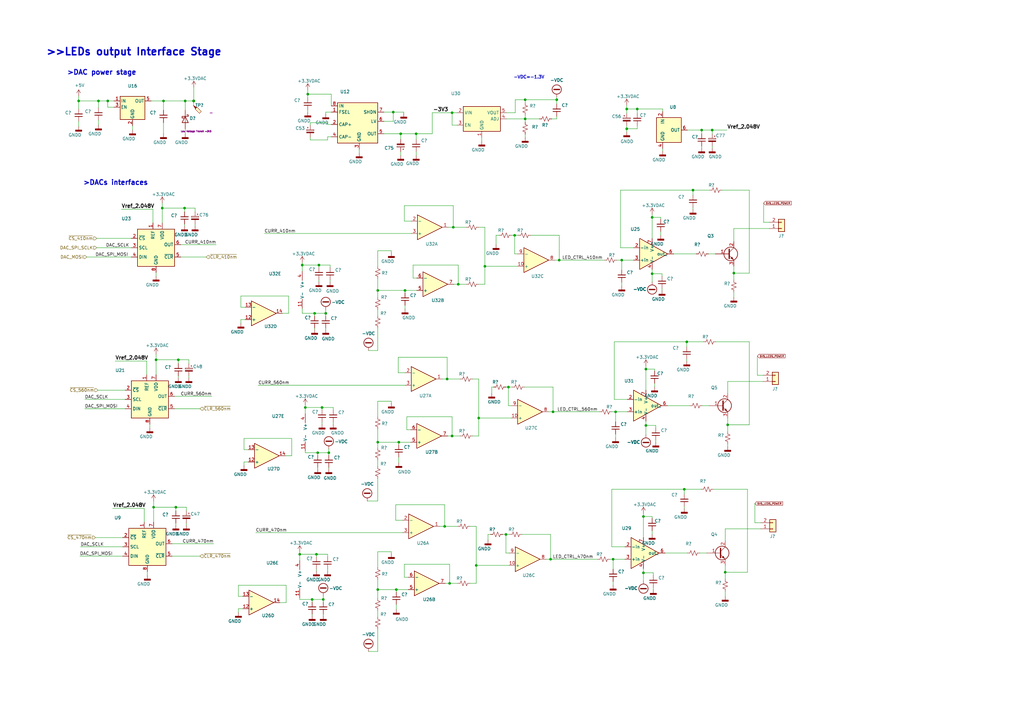
<source format=kicad_sch>
(kicad_sch (version 20211123) (generator eeschema)
  (paper "A3")
  (title_block (title "FPS-2: Fiber Photometry System") (date "February 2020") (rev "v1_revB-I") (company "Neurophotometric") (comment 3 "FPS-2") (comment 4 "OpenEhys"))
  (junction (at 196.342 171.45))
  (junction (at 208.534 158.75))
  (junction (at 298.45 174.244))
  (junction (at 300.99 112.014))
  (junction (at 132.588 245.872))
  (junction (at 184.404 239.268))
  (junction (at 163.576 181.356))
  (junction (at 267.462 89.154))
  (junction (at 263.906 234.95))
  (junction (at 129.032 128.524))
  (junction (at 287.782 53.34))
  (junction (at 67.056 41.402))
  (junction (at 64.008 147.574))
  (junction (at 79.375 41.402))
  (junction (at 252.476 168.91))
  (junction (at 79.502 41.402))
  (junction (at 32.258 41.402))
  (junction (at 161.29 45.974))
  (junction (at 264.922 151.384))
  (junction (at 280.67 200.66))
  (junction (at 134.874 185.674))
  (junction (at 185.42 178.816))
  (junction (at 170.688 54.864))
  (junction (at 154.94 241.808))
  (junction (at 225.806 229.362))
  (junction (at 162.56 241.808))
  (junction (at 195.326 231.902))
  (junction (at 75.692 85.344))
  (junction (at 72.136 208.026))
  (junction (at 257.048 44.704))
  (junction (at 255.016 106.68))
  (junction (at 130.302 185.674))
  (junction (at 122.936 227.33))
  (junction (at 164.338 54.864))
  (junction (at 215.392 48.768))
  (junction (at 297.434 234.696))
  (junction (at 66.548 85.344))
  (junction (at 73.152 147.574))
  (junction (at 154.94 119.126))
  (junction (at 183.388 155.448))
  (junction (at 182.372 215.9))
  (junction (at 267.462 112.268))
  (junction (at 185.928 93.218))
  (junction (at 284.226 77.978))
  (junction (at 154.94 181.356))
  (junction (at 215.392 40.894))
  (junction (at 281.686 140.208))
  (junction (at 133.604 128.524))
  (junction (at 166.116 119.126))
  (junction (at 226.822 168.91))
  (junction (at 257.048 52.832))
  (junction (at 132.08 167.132))
  (junction (at 198.882 109.22))
  (junction (at 263.906 211.836))
  (junction (at 207.518 219.202))
  (junction (at 211.074 96.52))
  (junction (at 125.222 167.132))
  (junction (at 130.81 108.712))
  (junction (at 261.366 44.704))
  (junction (at 62.992 208.026))
  (junction (at 126.238 38.608))
  (junction (at 123.952 108.712))
  (junction (at 129.794 227.33))
  (junction (at 229.362 106.68))
  (junction (at 264.922 174.498))
  (junction (at 251.46 229.362))
  (junction (at 40.386 41.402))
  (junction (at 228.346 40.894))
  (junction (at 128.016 245.872))
  (junction (at 187.96 116.586))
  (junction (at 75.946 41.402))
  (junction (at 292.1 53.34))
  (junction (at 185.42 46.228))
  (junction (at 44.196 41.402))
  (wire (pts (xy 97.79 240.03) (xy 117.348 240.03)))
  (wire (pts (xy 154.94 267.208) (xy 154.94 258.064)))
  (wire (pts (xy 129.794 234.188) (xy 129.794 233.426)))
  (wire (pts (xy 122.936 226.314) (xy 122.936 227.33)))
  (wire (pts (xy 315.468 91.186) (xy 313.182 91.186)))
  (wire (pts (xy 134.366 50.292) (xy 134.366 51.054)))
  (wire (pts (xy 250.952 224.282) (xy 256.286 224.282)))
  (wire (pts (xy 154.94 237.744) (xy 154.94 241.808)))
  (wire (pts (xy 271.018 96.52) (xy 271.018 94.996)))
  (wire (pts (xy 118.364 121.412) (xy 118.364 128.524)))
  (wire (pts (xy 170.942 119.126) (xy 166.116 119.126)))
  (wire (pts (xy 292.1 60.706) (xy 292.1 59.944)))
  (wire (pts (xy 67.056 45.212) (xy 67.056 41.402)))
  (wire (pts (xy 44.196 43.942) (xy 44.196 41.402)))
  (wire (pts (xy 192.786 215.9) (xy 195.326 215.9)))
  (wire (pts (xy 60.452 235.966) (xy 60.452 234.442)))
  (wire (pts (xy 267.462 110.49) (xy 267.462 112.268)))
  (wire (pts (xy 60.198 148.082) (xy 47.244 148.082)))
  (wire (pts (xy 61.468 175.514) (xy 61.468 173.99)))
  (wire (pts (xy 251.46 233.426) (xy 251.46 229.362)))
  (wire (pts (xy 267.462 89.154) (xy 267.462 97.79)))
  (wire (pts (xy 257.048 44.704) (xy 261.366 44.704)))
  (wire (pts (xy 257.048 46.482) (xy 257.048 44.704)))
  (wire (pts (xy 72.136 215.392) (xy 72.136 214.63)))
  (wire (pts (xy 32.258 44.704) (xy 32.258 41.402)))
  (wire (pts (xy 62.738 85.852) (xy 49.784 85.852)))
  (wire (pts (xy 183.388 155.448) (xy 188.722 155.448)))
  (wire (pts (xy 183.388 155.448) (xy 181.356 155.448)))
  (wire (pts (xy 130.81 115.57) (xy 130.81 114.808)))
  (wire (pts (xy 165.862 231.394) (xy 184.404 231.394)))
  (wire (pts (xy 227.584 106.68) (xy 229.362 106.68)))
  (wire (pts (xy 185.928 93.218) (xy 183.896 93.218)))
  (wire (pts (xy 165.608 45.974) (xy 161.29 45.974)))
  (wire (pts (xy 196.342 155.448) (xy 196.342 171.45)))
  (wire (pts (xy 255.016 110.744) (xy 255.016 106.68)))
  (wire (pts (xy 264.922 150.114) (xy 264.922 151.384)))
  (wire (pts (xy 62.992 205.486) (xy 62.992 208.026)))
  (wire (pts (xy 119.634 186.944) (xy 117.094 186.944)))
  (wire (pts (xy 290.576 104.14) (xy 293.37 104.14)))
  (wire (pts (xy 32.258 41.402) (xy 40.386 41.402)))
  (wire (pts (xy 66.548 85.344) (xy 75.692 85.344)))
  (wire (pts (xy 170.942 114.046) (xy 169.418 114.046)))
  (wire (pts (xy 267.462 211.836) (xy 263.906 211.836)))
  (wire (pts (xy 252.476 172.974) (xy 252.476 168.91)))
  (wire (pts (xy 32.258 41.402) (xy 32.258 39.37)))
  (wire (pts (xy 306.578 200.66) (xy 306.578 234.696)))
  (wire (pts (xy 211.328 46.228) (xy 211.328 40.894)))
  (wire (pts (xy 187.96 108.712) (xy 187.96 116.586)))
  (wire (pts (xy 98.806 131.064) (xy 100.584 131.064)))
  (wire (pts (xy 200.152 219.202) (xy 201.168 219.202)))
  (wire (pts (xy 298.45 183.134) (xy 298.45 182.118)))
  (wire (pts (xy 251.968 140.208) (xy 281.686 140.208)))
  (wire (pts (xy 166.116 119.126) (xy 154.94 119.126)))
  (wire (pts (xy 164.338 63.754) (xy 164.338 62.23)))
  (wire (pts (xy 225.044 168.91) (xy 226.822 168.91)))
  (wire (pts (xy 195.326 231.902) (xy 195.326 239.268)))
  (wire (pts (xy 298.45 161.29) (xy 298.45 156.464)))
  (wire (pts (xy 271.78 44.704) (xy 271.78 45.72)))
  (wire (pts (xy 101.854 184.404) (xy 100.076 184.404)))
  (wire (pts (xy 123.952 126.492) (xy 123.952 128.524)))
  (wire (pts (xy 298.45 174.244) (xy 298.45 171.45)))
  (wire (pts (xy 133.604 127) (xy 133.604 128.524)))
  (wire (pts (xy 165.1 218.44) (xy 104.902 218.44)))
  (wire (pts (xy 207.518 219.202) (xy 209.042 219.202)))
  (wire (pts (xy 51.308 160.02) (xy 40.132 160.02)))
  (wire (pts (xy 297.434 234.696) (xy 297.434 231.902)))
  (wire (pts (xy 161.29 49.784) (xy 161.29 45.974)))
  (wire (pts (xy 67.056 41.402) (xy 75.946 41.402)))
  (wire (pts (xy 169.418 108.712) (xy 187.96 108.712)))
  (wire (pts (xy 170.688 54.864) (xy 177.292 54.864)))
  (wire (pts (xy 118.364 128.524) (xy 115.824 128.524)))
  (wire (pts (xy 271.78 61.976) (xy 271.78 60.96)))
  (wire (pts (xy 133.604 45.974) (xy 133.604 46.736)))
  (wire (pts (xy 79.375 43.307) (xy 79.375 41.402)))
  (wire (pts (xy 46.736 41.402) (xy 44.196 41.402)))
  (wire (pts (xy 215.392 42.164) (xy 215.392 40.894)))
  (wire (pts (xy 75.692 92.71) (xy 75.692 91.948)))
  (wire (pts (xy 79.375 41.402) (xy 79.502 41.402)))
  (wire (pts (xy 128.016 246.888) (xy 128.016 245.872)))
  (wire (pts (xy 59.182 208.534) (xy 46.228 208.534)))
  (wire (pts (xy 165.862 84.328) (xy 185.928 84.328)))
  (wire (pts (xy 162.56 242.824) (xy 162.56 241.808)))
  (wire (pts (xy 287.02 226.822) (xy 289.814 226.822)))
  (wire (pts (xy 166.878 170.942) (xy 185.42 170.942)))
  (wire (pts (xy 51.308 163.83) (xy 34.798 163.83)))
  (wire (pts (xy 125.222 184.912) (xy 125.222 185.674)))
  (wire (pts (xy 157.48 54.864) (xy 164.338 54.864)))
  (wire (pts (xy 251.46 229.362) (xy 256.286 229.362)))
  (wire (pts (xy 75.946 41.402) (xy 75.946 45.212)))
  (wire (pts (xy 160.528 226.314) (xy 154.94 226.314)))
  (wire (pts (xy 185.42 51.308) (xy 185.42 46.228)))
  (wire (pts (xy 280.67 202.692) (xy 280.67 200.66)))
  (wire (pts (xy 297.434 242.57) (xy 297.434 244.602)))
  (wire (pts (xy 287.782 53.34) (xy 287.782 54.864)))
  (wire (pts (xy 281.686 142.24) (xy 281.686 140.208)))
  (wire (pts (xy 97.79 244.602) (xy 97.79 240.03)))
  (wire (pts (xy 70.612 223.012) (xy 87.63 223.012)))
  (wire (pts (xy 229.362 106.68) (xy 247.904 106.68)))
  (wire (pts (xy 187.452 46.228) (xy 185.42 46.228)))
  (wire (pts (xy 263.906 211.836) (xy 263.906 220.472)))
  (wire (pts (xy 50.292 224.282) (xy 33.02 224.282)))
  (wire (pts (xy 207.518 226.822) (xy 207.518 219.202)))
  (wire (pts (xy 207.518 158.75) (xy 208.534 158.75)))
  (wire (pts (xy 134.874 184.15) (xy 134.874 185.674)))
  (wire (pts (xy 257.048 52.832) (xy 257.048 54.102)))
  (wire (pts (xy 132.08 173.99) (xy 132.08 173.228)))
  (wire (pts (xy 226.314 48.768) (xy 228.346 48.768)))
  (wire (pts (xy 64.008 153.67) (xy 64.008 147.574)))
  (wire (pts (xy 251.968 140.208) (xy 251.968 163.83)))
  (wire (pts (xy 196.342 171.45) (xy 196.342 178.816)))
  (wire (pts (xy 257.048 52.832) (xy 261.366 52.832)))
  (wire (pts (xy 300.99 119.888) (xy 300.99 121.92)))
  (wire (pts (xy 198.882 93.218) (xy 198.882 109.22)))
  (wire (pts (xy 100.076 191.008) (xy 100.076 189.484)))
  (wire (pts (xy 215.392 48.768) (xy 215.392 47.244)))
  (wire (pts (xy 161.29 45.974) (xy 157.48 45.974)))
  (wire (pts (xy 61.976 41.402) (xy 67.056 41.402)))
  (wire (pts (xy 135.89 51.054) (xy 134.366 51.054)))
  (wire (pts (xy 130.81 109.728) (xy 130.81 108.712)))
  (wire (pts (xy 162.306 213.36) (xy 162.306 207.01)))
  (wire (pts (xy 211.074 96.52) (xy 212.598 96.52)))
  (wire (pts (xy 132.588 252.476) (xy 132.588 251.968)))
  (wire (pts (xy 79.502 35.814) (xy 79.502 41.402)))
  (wire (pts (xy 229.362 96.52) (xy 217.678 96.52)))
  (wire (pts (xy 264.922 174.498) (xy 264.922 178.308)))
  (wire (pts (xy 66.548 91.44) (xy 66.548 85.344)))
  (wire (pts (xy 257.048 51.562) (xy 257.048 52.832)))
  (wire (pts (xy 123.952 111.252) (xy 123.952 108.712)))
  (wire (pts (xy 132.588 244.348) (xy 132.588 245.872)))
  (wire (pts (xy 64.008 147.574) (xy 73.152 147.574)))
  (wire (pts (xy 80.01 85.344) (xy 75.692 85.344)))
  (wire (pts (xy 251.46 240.03) (xy 251.46 238.506)))
  (wire (pts (xy 311.912 216.916) (xy 297.434 216.916)))
  (wire (pts (xy 164.338 54.864) (xy 170.688 54.864)))
  (wire (pts (xy 228.346 42.672) (xy 228.346 40.894)))
  (wire (pts (xy 151.13 267.208) (xy 154.94 267.208)))
  (wire (pts (xy 168.656 95.758) (xy 108.458 95.758)))
  (wire (pts (xy 195.326 215.9) (xy 195.326 231.902)))
  (wire (pts (xy 170.688 63.754) (xy 170.688 62.23)))
  (wire (pts (xy 97.79 249.682) (xy 99.568 249.682)))
  (wire (pts (xy 300.99 93.726) (xy 300.99 99.06)))
  (wire (pts (xy 272.796 226.822) (xy 281.94 226.822)))
  (wire (pts (xy 191.262 116.586) (xy 187.96 116.586)))
  (wire (pts (xy 160.528 165.354) (xy 160.528 164.592)))
  (wire (pts (xy 267.462 112.268) (xy 267.462 115.57)))
  (wire (pts (xy 125.222 185.674) (xy 130.302 185.674)))
  (wire (pts (xy 287.782 53.34) (xy 292.1 53.34)))
  (wire (pts (xy 168.656 90.678) (xy 165.862 90.678)))
  (wire (pts (xy 307.34 140.208) (xy 293.624 140.208)))
  (wire (pts (xy 75.946 54.864) (xy 75.946 52.832)))
  (wire (pts (xy 160.528 164.592) (xy 154.94 164.592)))
  (wire (pts (xy 59.182 214.122) (xy 59.182 208.534)))
  (wire (pts (xy 154.94 176.022) (xy 154.94 181.356)))
  (wire (pts (xy 261.366 44.704) (xy 271.78 44.704)))
  (wire (pts (xy 264.922 151.384) (xy 264.922 160.02)))
  (wire (pts (xy 267.462 212.598) (xy 267.462 211.836)))
  (wire (pts (xy 184.404 231.394) (xy 184.404 239.268)))
  (wire (pts (xy 177.292 46.228) (xy 177.292 54.864)))
  (wire (pts (xy 168.402 181.356) (xy 163.576 181.356)))
  (wire (pts (xy 183.388 146.558) (xy 183.388 155.448)))
  (wire (pts (xy 160.528 102.87) (xy 154.94 102.87)))
  (wire (pts (xy 70.612 228.092) (xy 82.042 228.092)))
  (wire (pts (xy 267.97 235.966) (xy 267.97 234.95)))
  (wire (pts (xy 187.96 116.586) (xy 186.182 116.586)))
  (wire (pts (xy 254.508 77.978) (xy 284.226 77.978)))
  (wire (pts (xy 228.346 48.768) (xy 228.346 47.752)))
  (wire (pts (xy 134.366 234.188) (xy 134.366 233.426)))
  (wire (pts (xy 64.008 147.574) (xy 64.008 145.288)))
  (wire (pts (xy 268.986 175.514) (xy 268.986 174.498)))
  (wire (pts (xy 254.508 77.978) (xy 254.508 101.6)))
  (wire (pts (xy 135.382 108.712) (xy 135.382 109.728)))
  (wire (pts (xy 300.99 114.808) (xy 300.99 112.014)))
  (wire (pts (xy 224.028 229.362) (xy 225.806 229.362)))
  (wire (pts (xy 73.152 147.574) (xy 73.152 149.098)))
  (wire (pts (xy 271.526 112.268) (xy 267.462 112.268)))
  (wire (pts (xy 154.94 205.486) (xy 154.94 196.342)))
  (wire (pts (xy 126.238 38.608) (xy 126.238 36.83)))
  (wire (pts (xy 40.386 51.308) (xy 40.386 49.276)))
  (wire (pts (xy 98.806 125.984) (xy 98.806 121.412)))
  (wire (pts (xy 255.016 106.68) (xy 259.842 106.68)))
  (wire (pts (xy 209.804 166.37) (xy 208.534 166.37)))
  (wire (pts (xy 62.992 208.026) (xy 62.992 214.122)))
  (wire (pts (xy 123.952 107.696) (xy 123.952 108.712)))
  (wire (pts (xy 162.56 249.936) (xy 162.56 247.904)))
  (wire (pts (xy 135.89 38.608) (xy 126.238 38.608)))
  (wire (pts (xy 215.392 40.894) (xy 228.346 40.894)))
  (wire (pts (xy 77.47 147.574) (xy 73.152 147.574)))
  (wire (pts (xy 271.526 113.284) (xy 271.526 112.268)))
  (wire (pts (xy 75.946 41.402) (xy 79.375 41.402)))
  (wire (pts (xy 182.372 207.01) (xy 182.372 215.9)))
  (wire (pts (xy 281.686 148.082) (xy 281.686 147.32)))
  (wire (pts (xy 154.94 191.262) (xy 154.94 188.722)))
  (wire (pts (xy 315.468 93.726) (xy 300.99 93.726)))
  (wire (pts (xy 225.806 229.362) (xy 225.806 219.202)))
  (wire (pts (xy 154.94 181.356) (xy 154.94 183.642)))
  (wire (pts (xy 50.292 228.092) (xy 32.766 228.092)))
  (wire (pts (xy 263.906 210.566) (xy 263.906 211.836)))
  (wire (pts (xy 195.326 239.268) (xy 192.786 239.268)))
  (wire (pts (xy 80.01 85.344) (xy 80.01 86.868)))
  (wire (pts (xy 252.476 179.578) (xy 252.476 178.054)))
  (wire (pts (xy 165.862 90.678) (xy 165.862 84.328)))
  (wire (pts (xy 154.94 241.808) (xy 154.94 245.364)))
  (wire (pts (xy 215.392 56.388) (xy 215.392 55.118)))
  (wire (pts (xy 74.168 105.41) (xy 84.582 105.41)))
  (wire (pts (xy 166.116 126.746) (xy 166.116 125.222)))
  (wire (pts (xy 182.372 215.9) (xy 180.34 215.9)))
  (wire (pts (xy 250.952 200.66) (xy 280.67 200.66)))
  (wire (pts (xy 271.018 89.916) (xy 271.018 89.154)))
  (wire (pts (xy 77.47 147.574) (xy 77.47 149.098)))
  (wire (pts (xy 208.534 166.37) (xy 208.534 158.75)))
  (wire (pts (xy 154.94 143.764) (xy 154.94 134.62)))
  (wire (pts (xy 226.822 168.91) (xy 226.822 158.75)))
  (wire (pts (xy 134.874 185.674) (xy 134.874 186.69)))
  (wire (pts (xy 97.79 251.206) (xy 97.79 249.682)))
  (wire (pts (xy 312.928 153.924) (xy 310.642 153.924)))
  (wire (pts (xy 276.352 104.14) (xy 285.496 104.14)))
  (wire (pts (xy 164.338 57.15) (xy 164.338 54.864)))
  (wire (pts (xy 313.182 91.186) (xy 313.182 83.312)))
  (wire (pts (xy 163.322 152.908) (xy 163.322 146.558)))
  (wire (pts (xy 254.508 101.6) (xy 259.842 101.6)))
  (wire (pts (xy 280.67 208.534) (xy 280.67 207.772)))
  (wire (pts (xy 62.738 91.44) (xy 62.738 85.852)))
  (wire (pts (xy 163.576 182.372) (xy 163.576 181.356)))
  (wire (pts (xy 154.94 129.54) (xy 154.94 127)))
  (wire (pts (xy 154.94 164.592) (xy 154.94 170.942)))
  (wire (pts (xy 125.222 169.672) (xy 125.222 167.132)))
  (wire (pts (xy 287.528 200.66) (xy 280.67 200.66)))
  (wire (pts (xy 167.386 241.808) (xy 162.56 241.808)))
  (wire (pts (xy 198.882 109.22) (xy 198.882 116.586)))
  (wire (pts (xy 196.342 171.45) (xy 209.804 171.45)))
  (wire (pts (xy 307.34 77.978) (xy 307.34 112.014)))
  (wire (pts (xy 130.81 108.712) (xy 135.382 108.712)))
  (wire (pts (xy 228.346 40.894) (xy 228.346 39.878)))
  (wire (pts (xy 298.45 174.244) (xy 298.45 177.038)))
  (wire (pts (xy 297.434 237.49) (xy 297.434 234.696)))
  (wire (pts (xy 129.032 135.128) (xy 129.032 134.62)))
  (wire (pts (xy 225.806 219.202) (xy 214.122 219.202)))
  (wire (pts (xy 64.008 113.284) (xy 64.008 111.76)))
  (wire (pts (xy 100.584 125.984) (xy 98.806 125.984)))
  (wire (pts (xy 268.478 151.384) (xy 264.922 151.384)))
  (wire (pts (xy 127.254 57.404) (xy 134.366 57.404)))
  (wire (pts (xy 130.302 186.69) (xy 130.302 185.674)))
  (wire (pts (xy 312.928 156.464) (xy 298.45 156.464)))
  (wire (pts (xy 203.454 100.33) (xy 203.454 96.52)))
  (wire (pts (xy 73.152 154.178) (xy 73.152 154.94)))
  (wire (pts (xy 135.89 43.434) (xy 135.89 38.608)))
  (wire (pts (xy 136.652 173.99) (xy 136.652 173.228)))
  (wire (pts (xy 273.812 166.37) (xy 282.956 166.37)))
  (wire (pts (xy 291.084 77.978) (xy 284.226 77.978)))
  (wire (pts (xy 62.992 208.026) (xy 72.136 208.026)))
  (wire (pts (xy 201.676 158.75) (xy 201.676 161.29)))
  (wire (pts (xy 169.418 114.046) (xy 169.418 108.712)))
  (wire (pts (xy 284.226 80.01) (xy 284.226 77.978)))
  (wire (pts (xy 187.706 239.268) (xy 184.404 239.268)))
  (wire (pts (xy 76.454 208.026) (xy 72.136 208.026)))
  (wire (pts (xy 60.198 153.67) (xy 60.198 148.082)))
  (wire (pts (xy 126.238 45.212) (xy 126.238 45.974)))
  (wire (pts (xy 135.89 45.974) (xy 133.604 45.974)))
  (wire (pts (xy 123.952 128.524) (xy 129.032 128.524)))
  (wire (pts (xy 271.018 89.154) (xy 267.462 89.154)))
  (wire (pts (xy 307.34 77.978) (xy 296.164 77.978)))
  (wire (pts (xy 188.722 178.816) (xy 185.42 178.816)))
  (wire (pts (xy 130.302 192.278) (xy 130.302 191.77)))
  (wire (pts (xy 129.032 128.524) (xy 133.604 128.524)))
  (wire (pts (xy 252.476 168.91) (xy 257.302 168.91)))
  (wire (pts (xy 182.372 215.9) (xy 187.706 215.9)))
  (wire (pts (xy 163.576 181.356) (xy 154.94 181.356)))
  (wire (pts (xy 198.882 109.22) (xy 212.344 109.22)))
  (wire (pts (xy 157.48 49.784) (xy 161.29 49.784)))
  (wire (pts (xy 119.634 179.832) (xy 119.634 186.944)))
  (wire (pts (xy 134.366 57.404) (xy 134.366 56.134)))
  (wire (pts (xy 167.386 236.728) (xy 165.862 236.728)))
  (wire (pts (xy 54.356 51.562) (xy 54.356 53.34)))
  (wire (pts (xy 196.342 93.218) (xy 198.882 93.218)))
  (wire (pts (xy 298.45 174.244) (xy 307.34 174.244)))
  (wire (pts (xy 126.238 38.608) (xy 126.238 40.132)))
  (wire (pts (xy 166.878 176.276) (xy 166.878 170.942)))
  (wire (pts (xy 162.306 207.01) (xy 182.372 207.01)))
  (wire (pts (xy 125.222 166.116) (xy 125.222 167.132)))
  (wire (pts (xy 122.936 227.33) (xy 122.936 229.87)))
  (wire (pts (xy 100.076 184.404) (xy 100.076 179.832)))
  (wire (pts (xy 268.478 152.146) (xy 268.478 151.384)))
  (wire (pts (xy 117.348 240.03) (xy 117.348 247.142)))
  (wire (pts (xy 281.94 53.34) (xy 287.782 53.34)))
  (wire (pts (xy 127.254 50.292) (xy 134.366 50.292)))
  (wire (pts (xy 66.548 85.344) (xy 66.548 83.312)))
  (wire (pts (xy 53.848 101.6) (xy 39.624 101.6)))
  (wire (pts (xy 263.906 234.95) (xy 263.906 238.252)))
  (wire (pts (xy 292.1 53.34) (xy 298.196 53.34)))
  (wire (pts (xy 212.344 104.14) (xy 211.074 104.14)))
  (wire (pts (xy 226.822 168.91) (xy 245.872 168.91)))
  (wire (pts (xy 134.366 227.33) (xy 134.366 228.346)))
  (wire (pts (xy 130.302 185.674) (xy 134.874 185.674)))
  (wire (pts (xy 129.794 227.33) (xy 122.936 227.33)))
  (wire (pts (xy 136.652 167.132) (xy 136.652 168.148)))
  (wire (pts (xy 184.404 239.268) (xy 182.626 239.268)))
  (wire (pts (xy 163.576 189.738) (xy 163.576 187.452)))
  (wire (pts (xy 193.802 155.448) (xy 196.342 155.448)))
  (wire (pts (xy 123.952 108.712) (xy 130.81 108.712)))
  (wire (pts (xy 100.076 179.832) (xy 119.634 179.832)))
  (wire (pts (xy 267.462 87.884) (xy 267.462 89.154)))
  (wire (pts (xy 195.326 231.902) (xy 208.788 231.902)))
  (wire (pts (xy 187.452 51.308) (xy 185.42 51.308)))
  (wire (pts (xy 211.074 104.14) (xy 211.074 96.52)))
  (wire (pts (xy 75.692 85.344) (xy 75.692 86.868)))
  (wire (pts (xy 211.328 40.894) (xy 215.392 40.894)))
  (wire (pts (xy 185.928 84.328) (xy 185.928 93.218)))
  (wire (pts (xy 98.806 132.588) (xy 98.806 131.064)))
  (wire (pts (xy 32.258 51.816) (xy 32.258 49.784)))
  (wire (pts (xy 165.862 236.728) (xy 165.862 231.394)))
  (wire (pts (xy 100.076 189.484) (xy 101.854 189.484)))
  (wire (pts (xy 154.94 252.984) (xy 154.94 250.444)))
  (wire (pts (xy 99.568 244.602) (xy 97.79 244.602)))
  (wire (pts (xy 135.89 56.134) (xy 134.366 56.134)))
  (wire (pts (xy 201.676 158.75) (xy 202.438 158.75)))
  (wire (pts (xy 160.528 103.632) (xy 160.528 102.87)))
  (wire (pts (xy 208.788 226.822) (xy 207.518 226.822)))
  (wire (pts (xy 185.42 170.942) (xy 185.42 178.816)))
  (wire (pts (xy 132.08 168.148) (xy 132.08 167.132)))
  (wire (pts (xy 263.906 233.172) (xy 263.906 234.95)))
  (wire (pts (xy 76.454 215.392) (xy 76.454 214.63)))
  (wire (pts (xy 132.588 245.872) (xy 132.588 246.888)))
  (wire (pts (xy 53.848 105.41) (xy 35.56 105.41)))
  (wire (pts (xy 257.048 44.704) (xy 257.048 43.18)))
  (wire (pts (xy 267.462 219.202) (xy 267.462 217.678)))
  (wire (pts (xy 267.97 241.808) (xy 267.97 241.046)))
  (wire (pts (xy 67.056 54.864) (xy 67.056 50.292)))
  (wire (pts (xy 162.56 241.808) (xy 154.94 241.808)))
  (wire (pts (xy 300.99 112.014) (xy 307.34 112.014)))
  (wire (pts (xy 225.806 229.362) (xy 245.11 229.362)))
  (wire (pts (xy 128.016 252.476) (xy 128.016 251.968)))
  (wire (pts (xy 284.226 85.852) (xy 284.226 85.09)))
  (wire (pts (xy 261.366 44.704) (xy 261.366 46.482)))
  (wire (pts (xy 129.032 129.54) (xy 129.032 128.524)))
  (wire (pts (xy 250.19 229.362) (xy 251.46 229.362)))
  (wire (pts (xy 40.386 44.196) (xy 40.386 41.402)))
  (wire (pts (xy 252.984 106.68) (xy 255.016 106.68)))
  (wire (pts (xy 261.366 52.832) (xy 261.366 51.562)))
  (wire (pts (xy 196.342 178.816) (xy 193.802 178.816)))
  (wire (pts (xy 297.434 234.696) (xy 306.578 234.696)))
  (wire (pts (xy 80.01 92.71) (xy 80.01 91.948)))
  (wire (pts (xy 226.822 158.75) (xy 215.138 158.75)))
  (wire (pts (xy 72.136 208.026) (xy 72.136 209.55)))
  (wire (pts (xy 51.308 167.64) (xy 34.798 167.64)))
  (wire (pts (xy 166.116 152.908) (xy 163.322 152.908)))
  (wire (pts (xy 288.544 140.208) (xy 281.686 140.208)))
  (wire (pts (xy 147.32 62.738) (xy 147.32 61.214)))
  (wire (pts (xy 207.772 48.768) (xy 215.392 48.768)))
  (wire (pts (xy 268.478 158.75) (xy 268.478 157.226)))
  (wire (pts (xy 170.688 57.15) (xy 170.688 54.864)))
  (wire (pts (xy 71.628 167.64) (xy 82.042 167.64)))
  (wire (pts (xy 154.94 226.314) (xy 154.94 232.664)))
  (wire (pts (xy 166.116 120.142) (xy 166.116 119.126)))
  (wire (pts (xy 185.928 93.218) (xy 191.262 93.218)))
  (wire (pts (xy 122.936 245.872) (xy 128.016 245.872)))
  (wire (pts (xy 287.782 60.706) (xy 287.782 59.944)))
  (wire (pts (xy 300.99 112.014) (xy 300.99 109.22)))
  (wire (pts (xy 46.736 43.942) (xy 44.196 43.942)))
  (wire (pts (xy 310.642 153.924) (xy 310.642 146.05)))
  (wire (pts (xy 292.1 53.34) (xy 292.1 54.864)))
  (wire (pts (xy 207.772 46.228) (xy 211.328 46.228)))
  (wire (pts (xy 98.806 121.412) (xy 118.364 121.412)))
  (wire (pts (xy 288.036 166.37) (xy 290.83 166.37)))
  (wire (pts (xy 165.1 213.36) (xy 162.306 213.36)))
  (wire (pts (xy 160.528 227.076) (xy 160.528 226.314)))
  (wire (pts (xy 215.392 50.038) (xy 215.392 48.768)))
  (wire (pts (xy 229.362 106.68) (xy 229.362 96.52)))
  (wire (pts (xy 150.622 205.486) (xy 154.94 205.486)))
  (wire (pts (xy 200.152 221.488) (xy 200.152 219.202)))
  (wire (pts (xy 133.604 128.524) (xy 133.604 129.54)))
  (wire (pts (xy 127.254 57.404) (xy 127.254 56.388)))
  (wire (pts (xy 129.794 228.346) (xy 129.794 227.33)))
  (wire (pts (xy 185.42 178.816) (xy 183.642 178.816)))
  (wire (pts (xy 264.922 172.72) (xy 264.922 174.498)))
  (wire (pts (xy 154.94 102.87) (xy 154.94 109.22)))
  (wire (pts (xy 197.612 57.912) (xy 197.612 56.388)))
  (wire (pts (xy 122.936 245.11) (xy 122.936 245.872)))
  (wire (pts (xy 251.968 163.83) (xy 257.302 163.83)))
  (wire (pts (xy 53.848 97.79) (xy 39.624 97.79)))
  (wire (pts (xy 127.254 51.308) (xy 127.254 50.292)))
  (wire (pts (xy 165.608 46.482) (xy 165.608 45.974)))
  (wire (pts (xy 268.986 174.498) (xy 264.922 174.498)))
  (wire (pts (xy 271.526 119.126) (xy 271.526 118.364)))
  (wire (pts (xy 154.94 119.126) (xy 154.94 121.92)))
  (wire (pts (xy 209.804 96.52) (xy 211.074 96.52)))
  (wire (pts (xy 185.42 46.228) (xy 177.292 46.228)))
  (wire (pts (xy 255.016 117.348) (xy 255.016 115.824)))
  (wire (pts (xy 198.882 116.586) (xy 196.342 116.586)))
  (wire (pts (xy 306.578 200.66) (xy 292.608 200.66)))
  (wire (pts (xy 50.292 220.472) (xy 39.116 220.472)))
  (wire (pts (xy 133.604 135.128) (xy 133.604 134.62)))
  (wire (pts (xy 250.952 168.91) (xy 252.476 168.91)))
  (wire (pts (xy 268.986 181.356) (xy 268.986 180.594)))
  (wire (pts (xy 129.794 227.33) (xy 134.366 227.33)))
  (wire (pts (xy 267.97 234.95) (xy 263.906 234.95)))
  (wire (pts (xy 297.434 221.742) (xy 297.434 216.916)))
  (wire (pts (xy 166.116 157.988) (xy 105.918 157.988)))
  (wire (pts (xy 168.402 176.276) (xy 166.878 176.276)))
  (wire (pts (xy 215.392 48.768) (xy 221.234 48.768)))
  (wire (pts (xy 117.348 247.142) (xy 114.808 247.142)))
  (wire (pts (xy 163.322 146.558) (xy 183.388 146.558)))
  (wire (pts (xy 74.168 100.33) (xy 88.646 100.33)))
  (wire (pts (xy 208.534 158.75) (xy 210.058 158.75)))
  (wire (pts (xy 71.628 162.56) (xy 86.868 162.56)))
  (wire (pts (xy 250.952 200.66) (xy 250.952 224.282)))
  (wire (pts (xy 309.626 214.376) (xy 309.626 206.502)))
  (wire (pts (xy 206.248 219.202) (xy 207.518 219.202)))
  (wire (pts (xy 154.94 114.3) (xy 154.94 119.126)))
  (wire (pts (xy 203.454 96.52) (xy 204.724 96.52)))
  (wire (pts (xy 135.382 115.57) (xy 135.382 114.808)))
  (wire (pts (xy 132.08 167.132) (xy 125.222 167.132)))
  (wire (pts (xy 76.454 208.026) (xy 76.454 209.55)))
  (wire (pts (xy 132.08 167.132) (xy 136.652 167.132)))
  (wire (pts (xy 128.016 245.872) (xy 132.588 245.872)))
  (wire (pts (xy 44.196 41.402) (xy 40.386 41.402)))
  (wire (pts (xy 311.912 214.376) (xy 309.626 214.376)))
  (wire (pts (xy 151.13 143.764) (xy 154.94 143.764)))
  (wire (pts (xy 307.34 140.208) (xy 307.34 174.244)))
  (wire (pts (xy 134.874 192.278) (xy 134.874 191.77)))
  (wire (pts (xy 77.47 154.178) (xy 77.47 154.94)))
  (text ">>LEDs output Interface Stage" (at 18.796 23.114 0) (effects (font (size 2.9972 2.9972) (thickness 0.5994) bold) (justify left bottom)))
  (text ">DACs interfaces" (at 34.036 76.2 0) (effects (font (size 2.0066 2.0066) (thickness 0.4013) bold) (justify left bottom)))
  (text "-VDC=-1.3V" (at 210.566 32.512 0) (effects (font (size 1.27 1.27) (thickness 0.254) bold) (justify left bottom)))
  (text ">DAC power stage" (at 27.432 30.988 0) (effects (font (size 2.0066 2.0066) (thickness 0.4013) bold) (justify left bottom)))
  (label "DAC_SPI_MOSI" (at 32.766 228.092 0))
  (label "DAC_SPI_MOSI" (at 34.798 167.64 0))
  (label "-3V3" (at 177.546 46.228 0) (effects (font (size 1.4986 1.4986) (thickness 0.2997) bold)))
  (label "LED_CTRL_410nm" (at 247.142 106.68 180))
  (label "Vref_2.048V" (at 49.784 85.852 0) (effects (font (size 1.4986 1.4986) (thickness 0.2997) bold)))
  (label "CURR_560nm" (at 105.918 157.988 0))
  (label "Vref_2.048V" (at 47.244 148.082 0) (effects (font (size 1.4986 1.4986) (thickness 0.2997) bold)))
  (label "LED_CTRL_560nm" (at 245.11 168.91 180))
  (label "CURR_410nm" (at 88.646 100.33 180))
  (label "Vref_2.048V" (at 298.196 53.34 0) (effects (font (size 1.4986 1.4986) (thickness 0.2997) bold)))
  (label "DAC_SCLK" (at 33.02 224.282 0))
  (label "CURR_470nm" (at 87.63 223.012 180))
  (label "CURR_560nm" (at 86.868 162.56 180))
  (label "LED_CTRL_470nm" (at 243.332 229.362 180))
  (label "Vref_2.048V" (at 46.228 208.534 0) (effects (font (size 1.4986 1.4986) (thickness 0.2997) bold)))
  (label "DAC_SPI_MOSI" (at 39.116 105.41 0))
  (label "CURR_410nm" (at 108.458 95.758 0))
  (label "CURR_470nm" (at 104.902 218.44 0))
  (label "DAC_SCLK" (at 34.798 163.83 0))
  (label "DAC_SCLK" (at 43.434 101.6 0))
  (global_label "5V5_LEDS_POWER" (shape input) (at 309.626 206.502 0) (effects (font (size 0.762 0.762))) (property "Intersheet References" "${INTERSHEET_REFS}" (effects hide)))
  (global_label "5V5_LEDS_POWER" (shape input) (at 313.182 83.312 0) (effects (font (size 0.762 0.762))) (property "Intersheet References" "${INTERSHEET_REFS}" (effects hide)))
  (global_label "5V5_LEDS_POWER" (shape input) (at 310.642 146.05 0) (effects (font (size 0.762 0.762))) (property "Intersheet References" "${INTERSHEET_REFS}" (effects hide)))
  (hierarchical_label "~{CS_410nm}" (shape input) (at 39.624 97.79 180))
  (hierarchical_label "~{CLR_560nm}" (shape input) (at 82.042 167.64 0))
  (hierarchical_label "~{CS_560nm}" (shape input) (at 40.132 160.02 180))
  (hierarchical_label "~{CLR_470nm}" (shape input) (at 82.042 228.092 0))
  (hierarchical_label "DAC_SPI_SCLK" (shape input) (at 39.624 101.6 180))
  (hierarchical_label "DAC_MOSI" (shape input) (at 35.56 105.41 180))
  (hierarchical_label "~{CLR_410nm}" (shape input) (at 84.582 105.41 0))
  (hierarchical_label "~{CS_470nm}" (shape input) (at 39.116 220.472 180))
  (symbol (lib_id "FPS-2_v1:MAX5443") (at 64.008 101.6 0) (unit 1)
    (property "Reference" "U23" (at 51.816 89.662 0))
    (property "Description" "DAC +3V/+5V, Serial-Input, Voltage-Output, 16-Bit DACs" (effects hide))
    (property "Comment" "16-Bit DACs" (effects hide))
    (property "Comment2" "-" (effects hide))
    (property "MnfctCode" "MAX5443AEUA+" (effects hide))
    (property "Provider" "Mouser" (effects hide))
    (property "ProviderCode" "700-MAX5443AEUA " (effects hide))
    (property "Mnfct" "Maxim Integrated" (effects hide))
  )
  (symbol (lib_id "FPS-2_v1_revB_II-rescue:CP_Small-Device") (at 80.01 89.408 0) (mirror y) (unit 1)
    (property "Reference" "C76" (at 85.598 88.138 0) (effects (justify left)))
    (property "Comment" "-" (effects hide))
    (property "Description" "Tantalum Capacitors - Solid SMD 25V 1uF 10% 0805 ESR= 2.5 Ohms" (effects hide))
    (property "Comment2" "-" (effects hide))
    (property "MnfctCode" "TPSR105K025R2500 " (effects hide))
    (property "Provider" "Mouser" (effects hide))
    (property "ProviderCode" "581-TPSR105K025R2500" (effects hide))
    (property "Mnfct" "AVX" (effects hide))
  )
  (symbol (lib_id "Device:R_Small_US") (at 193.802 93.218 90) (unit 1)
    (property "Reference" "R?" (at 193.294 91.186 90) (effects (justify left)))
    (property "Comment2" "-" (effects hide))
    (property "Comment" "-" (effects hide))
    (property "MnfctCode" "RC0603FR-074K7L" (effects hide))
    (property "Provider" "Mouser" (effects hide))
    (property "ProviderCode" "603-RC0603FR-074K7L" (effects hide))
    (property "Mnfct" "Yageo" (effects hide))
    (property "Description" "Thick Film Resistors - SMD 4.7K OHM 1%" (effects hide))
  )
  (symbol (lib_id "Device:R_Small_US") (at 193.802 116.586 90) (unit 1)
    (property "Reference" "R?" (at 193.294 114.554 90) (effects (justify left)))
    (property "Comment2" "-" (effects hide))
    (property "Comment" "-" (effects hide))
    (property "MnfctCode" "RC0603FR-074K7L" (effects hide))
    (property "Provider" "Mouser" (effects hide))
    (property "ProviderCode" "603-RC0603FR-074K7L" (effects hide))
    (property "Mnfct" "Yageo" (effects hide))
    (property "Description" "Thick Film Resistors - SMD 4.7K OHM 1%" (effects hide))
  )
  (symbol (lib_id "FPS-2_v1:MAX1680ESA+") (at 147.32 51.054 0) (unit 1)
    (property "Reference" "U12" (at 141.478 37.592 0))
    (property "Description" "Switching Voltage Regulators 125mA, Frequency-Selectable, Switched-Capacitor Voltage Converters" (effects hide))
    (property "Comment" "Switching Voltage Regulators 125mA" (effects hide))
    (property "Comment2" "-" (effects hide))
    (property "MnfctCode" "MAX1680ESA+" (effects hide))
    (property "Provider" "Mouser" (effects hide))
    (property "ProviderCode" "700-MAX1680ESA" (effects hide))
    (property "Mnfct" "Maxim Integrated" (effects hide))
  )
  (symbol (lib_id "FPS-2_v1:AD8651") (at 267.462 104.14 0) (unit 1)
    (property "Reference" "U25" (at 258.572 93.98 0) (effects (justify left)))
    (property "Comment" "LED Driver OpAmp Stage" (effects hide))
    (property "Description" "Precision Amplifiers 50MHz Low Distort Low Noise CMOS Prec" (effects hide))
    (property "Comment2" "-" (effects hide))
    (property "MnfctCode" "AD8651ARZ" (effects hide))
    (property "Provider" "Mouser" (effects hide))
    (property "ProviderCode" "584-AD8651ARZ" (effects hide))
    (property "Mnfct" "Analog Devices" (effects hide))
  )
  (symbol (lib_id "Device:R_Small_US") (at 207.264 96.52 90) (unit 1)
    (property "Reference" "R?" (at 206.756 94.488 90) (effects (justify left)))
    (property "Comment2" "-" (effects hide))
    (property "Comment" "-" (effects hide))
    (property "MnfctCode" "RC0603FR-074K7L" (effects hide))
    (property "Provider" "Mouser" (effects hide))
    (property "ProviderCode" "603-RC0603FR-074K7L" (effects hide))
    (property "Mnfct" "Yageo" (effects hide))
    (property "Description" "Thick Film Resistors - SMD 4.7K OHM 1%" (effects hide))
  )
  (symbol (lib_id "Device:R_Small_US") (at 215.138 96.52 90) (unit 1)
    (property "Reference" "R?" (at 214.63 94.488 90) (effects (justify left)))
    (property "Comment2" "-" (effects hide))
    (property "Comment" "-" (effects hide))
    (property "MnfctCode" "RC0603FR-074K7L" (effects hide))
    (property "Provider" "Mouser" (effects hide))
    (property "ProviderCode" "603-RC0603FR-074K7L" (effects hide))
    (property "Mnfct" "Yageo" (effects hide))
    (property "Description" "Thick Film Resistors - SMD 4.7K OHM 1%" (effects hide))
  )
  (symbol (lib_id "Device:D_Schottky") (at 75.946 49.022 270) (unit 1)
    (property "Reference" "D?" (at 77.724 48.514 90) (effects (justify left)))
    (property "Comment" "Low Voltage Transil =3V3" (at 74.168 53.848 90) (effects (font (size 0.635 0.635)) (justify left)))
    (property "Comment2" "-" (effects hide))
    (property "MnfctCode" "ESD9X3.3ST5G" (effects hide))
    (property "Provider" "Mouser" (effects hide))
    (property "ProviderCode" "863-ESD9X3.3ST5G" (effects hide))
    (property "Mnfct" "ON Semiconductor" (effects hide))
    (property "Description" "ESD Suppressors / TVS Diodes SOD-923 ESD PROT" (effects hide))
  )
  (symbol (lib_id "Connector:TestPoint_Probe") (at 79.375 43.307 0) (mirror x) (unit 1)
    (property "Reference" "TP?" (at 80.01 43.18 0) (effects (justify left)))
    (property "Comment2" "-" (at 86.614 46.228 0))
    (property "Comment" "3V3_DAC TP" (effects hide))
    (property "MnfctCode" "-" (effects hide))
    (property "Provider" "-" (effects hide))
    (property "ProviderCode" "-" (effects hide))
    (property "Mnfct" "-" (effects hide))
    (property "Description" "TestPoint" (effects hide))
  )
  (symbol (lib_id "Device:C_Small") (at 130.81 112.268 180) (unit 1)
    (property "Reference" "C?" (at 129.286 110.49 0) (effects (justify left)))
    (property "Comment2" "-" (effects hide))
    (property "Comment" "Multilayer Ceramic SMD 0603 16V 4.7uF X6S" (effects hide))
    (property "MnfctCode" "C1608X6S1C475K080AC " (effects hide))
    (property "Provider" "Mouser" (effects hide))
    (property "ProviderCode" "810-C1608X6S1C475K" (effects hide))
    (property "Mnfct" "TDK" (effects hide))
    (property "Description" "Multilayer Ceramic Capacitors MLCC - SMD/SMT 0603 16V 4.7uF X6S 10% T: 0.8mm" (effects hide))
  )
  (symbol (lib_id "Device:C_Small") (at 129.032 132.08 180) (unit 1)
    (property "Reference" "C?" (at 127.508 130.302 0) (effects (justify left)))
    (property "Comment2" "-" (effects hide))
    (property "Comment" "Multilayer Ceramic SMD 0603 16V 4.7uF X6S" (effects hide))
    (property "MnfctCode" "C1608X6S1C475K080AC " (effects hide))
    (property "Provider" "Mouser" (effects hide))
    (property "ProviderCode" "810-C1608X6S1C475K" (effects hide))
    (property "Mnfct" "TDK" (effects hide))
    (property "Description" "Multilayer Ceramic Capacitors MLCC - SMD/SMT 0603 16V 4.7uF X6S 10% T: 0.8mm" (effects hide))
  )
  (symbol (lib_id "Device:R_Small_US") (at 154.94 173.482 0) (unit 1)
    (property "Reference" "R?" (at 156.464 173.736 0) (effects (justify left)))
    (property "Comment2" "-" (effects hide))
    (property "Comment" "-" (effects hide))
    (property "MnfctCode" "RC0603FR-075K76L" (effects hide))
    (property "Provider" "Mouser" (effects hide))
    (property "ProviderCode" "603-RC0603FR-075K76L" (effects hide))
    (property "Mnfct" "Yageo" (effects hide))
    (property "Description" "Thick Film Resistors - SMD 5.76K OHM 1%" (effects hide))
  )
  (symbol (lib_id "power:GNDD") (at 160.528 165.354 0) (unit 1)
    (property "Reference" "#PWR?" (effects hide))
  )
  (symbol (lib_id "Device:R_Small_US") (at 154.94 186.182 0) (unit 1)
    (property "Reference" "R?" (at 156.21 183.642 0) (effects (justify left)))
    (property "Comment2" "-" (effects hide))
    (property "Comment" "-" (effects hide))
    (property "MnfctCode" "AC0603FR-1318KL" (effects hide))
    (property "Provider" "Mouser" (effects hide))
    (property "ProviderCode" "603-AC0603FR-1318KL" (effects hide))
    (property "Mnfct" "Yageo" (effects hide))
    (property "Description" "Thick Film Resistors - SMD 18K ohm 1% 1/10W AEC-Q200" (effects hide))
  )
  (symbol (lib_id "Device:R_Small_US") (at 154.94 193.802 0) (unit 1)
    (property "Reference" "R?" (at 155.956 190.246 0) (effects (justify left)))
    (property "Comment2" "-" (effects hide))
    (property "Comment" "-" (effects hide))
    (property "MnfctCode" "RC0603FR-071KL" (effects hide))
    (property "Provider" "Mouser" (effects hide))
    (property "ProviderCode" "603-RC0603FR-071KL" (effects hide))
    (property "Mnfct" "Yageo" (effects hide))
    (property "Description" "Thick Film Resistors - SMD 1K OHM 1%" (effects hide))
  )
  (symbol (lib_id "power:-VDC") (at 150.622 205.486 0) (unit 1)
    (property "Reference" "#PWR011" (effects hide))
  )
  (symbol (lib_id "Device:R_Small_US") (at 154.94 111.76 0) (unit 1)
    (property "Reference" "R?" (at 156.464 112.014 0) (effects (justify left)))
    (property "Comment2" "-" (effects hide))
    (property "Comment" "-" (effects hide))
    (property "MnfctCode" "RC0603FR-075K76L" (effects hide))
    (property "Provider" "Mouser" (effects hide))
    (property "ProviderCode" "603-RC0603FR-075K76L" (effects hide))
    (property "Mnfct" "Yageo" (effects hide))
    (property "Description" "Thick Film Resistors - SMD 5.76K OHM 1%" (effects hide))
  )
  (symbol (lib_id "power:GNDD") (at 160.528 103.632 0) (unit 1)
    (property "Reference" "#PWR?" (effects hide))
  )
  (symbol (lib_id "Device:R_Small_US") (at 154.94 124.46 0) (unit 1)
    (property "Reference" "R?" (at 156.21 121.92 0) (effects (justify left)))
    (property "Comment2" "-" (effects hide))
    (property "Comment" "-" (effects hide))
    (property "MnfctCode" "AC0603FR-1318KL" (effects hide))
    (property "Provider" "Mouser" (effects hide))
    (property "ProviderCode" "603-AC0603FR-1318KL" (effects hide))
    (property "Mnfct" "Yageo" (effects hide))
    (property "Description" "Thick Film Resistors - SMD 18K ohm 1% 1/10W AEC-Q200" (effects hide))
  )
  (symbol (lib_id "Device:R_Small_US") (at 154.94 132.08 0) (unit 1)
    (property "Reference" "R?" (at 155.956 128.524 0) (effects (justify left)))
    (property "Comment2" "-" (effects hide))
    (property "Comment" "-" (effects hide))
    (property "MnfctCode" "RC0603FR-071KL" (effects hide))
    (property "Provider" "Mouser" (effects hide))
    (property "ProviderCode" "603-RC0603FR-071KL" (effects hide))
    (property "Mnfct" "Yageo" (effects hide))
    (property "Description" "Thick Film Resistors - SMD 1K OHM 1%" (effects hide))
  )
  (symbol (lib_id "power:-VDC") (at 151.13 143.764 0) (unit 1)
    (property "Reference" "#PWR06" (effects hide))
  )
  (symbol (lib_id "Device:R_Small_US") (at 250.444 106.68 90) (unit 1)
    (property "Reference" "R?" (at 252.222 104.648 90) (effects (justify left)))
    (property "Comment2" "-" (effects hide))
    (property "Comment" "-" (effects hide))
    (property "MnfctCode" "RC0603FR-070RL" (effects hide))
    (property "Provider" "Mouser" (effects hide))
    (property "ProviderCode" "603-RC0603FR-070RL" (effects hide))
    (property "Mnfct" "Yageo" (effects hide))
    (property "Description" "Thick Film Resistors - SMD 0.0ohm 1%" (effects hide))
  )
  (symbol (lib_id "Device:C_Small") (at 271.526 115.824 0) (mirror x) (unit 1)
    (property "Reference" "C?" (at 273.558 114.3 0) (effects (justify left)))
    (property "Comment2" "-" (effects hide))
    (property "Comment" "100n 50V" (effects hide))
    (property "MnfctCode" "CC603KRX7R9BB104" (effects hide))
    (property "Provider" "Mouser" (effects hide))
    (property "ProviderCode" "603-CC603KRX7R9BB104" (effects hide))
    (property "Mnfct" "Yageo" (effects hide))
    (property "Description" "Multilayer Ceramic Capacitors MLCC - SMD/SMT 100nF 50V X7R 10%" (effects hide))
  )
  (symbol (lib_id "Device:C_Small") (at 135.382 112.268 0) (mirror x) (unit 1)
    (property "Reference" "C?" (at 137.414 110.744 0) (effects (justify left)))
    (property "Comment2" "-" (effects hide))
    (property "Comment" "100n 50V" (effects hide))
    (property "MnfctCode" "CC603KRX7R9BB104" (effects hide))
    (property "Provider" "Mouser" (effects hide))
    (property "ProviderCode" "603-CC603KRX7R9BB104" (effects hide))
    (property "Mnfct" "Yageo" (effects hide))
    (property "Description" "Multilayer Ceramic Capacitors MLCC - SMD/SMT 100nF 50V X7R 10%" (effects hide))
  )
  (symbol (lib_id "Device:C_Small") (at 133.604 132.08 0) (mirror x) (unit 1)
    (property "Reference" "C?" (at 135.636 130.556 0) (effects (justify left)))
    (property "Comment2" "-" (effects hide))
    (property "Comment" "100n 50V" (effects hide))
    (property "MnfctCode" "CC603KRX7R9BB104" (effects hide))
    (property "Provider" "Mouser" (effects hide))
    (property "ProviderCode" "603-CC603KRX7R9BB104" (effects hide))
    (property "Mnfct" "Yageo" (effects hide))
    (property "Description" "Multilayer Ceramic Capacitors MLCC - SMD/SMT 100nF 50V X7R 10%" (effects hide))
  )
  (symbol (lib_id "Device:C_Small") (at 166.116 122.682 0) (mirror x) (unit 1)
    (property "Reference" "C?" (at 168.148 121.158 0) (effects (justify left)))
    (property "Comment2" "-" (effects hide))
    (property "Comment" "100n 50V" (effects hide))
    (property "MnfctCode" "CC603KRX7R9BB104" (effects hide))
    (property "Provider" "Mouser" (effects hide))
    (property "ProviderCode" "603-CC603KRX7R9BB104" (effects hide))
    (property "Mnfct" "Yageo" (effects hide))
    (property "Description" "Multilayer Ceramic Capacitors MLCC - SMD/SMT 100nF 50V X7R 10%" (effects hide))
  )
  (symbol (lib_id "Device:C_Small") (at 75.692 89.408 0) (mirror x) (unit 1)
    (property "Reference" "C?" (at 70.104 88.392 0) (effects (justify left)))
    (property "Comment2" "-" (effects hide))
    (property "Comment" "100n 50V" (effects hide))
    (property "MnfctCode" "CC603KRX7R9BB104" (effects hide))
    (property "Provider" "Mouser" (effects hide))
    (property "ProviderCode" "603-CC603KRX7R9BB104" (effects hide))
    (property "Mnfct" "Yageo" (effects hide))
    (property "Description" "Multilayer Ceramic Capacitors MLCC - SMD/SMT 100nF 50V X7R 10%" (effects hide))
  )
  (symbol (lib_id "Device:C_Small") (at 287.782 57.404 0) (mirror x) (unit 1)
    (property "Reference" "C?" (at 283.718 56.134 0) (effects (justify left)))
    (property "Comment2" "-" (effects hide))
    (property "Comment" "100n 50V" (effects hide))
    (property "MnfctCode" "CC603KRX7R9BB104" (effects hide))
    (property "Provider" "Mouser" (effects hide))
    (property "ProviderCode" "603-CC603KRX7R9BB104" (effects hide))
    (property "Mnfct" "Yageo" (effects hide))
    (property "Description" "Multilayer Ceramic Capacitors MLCC - SMD/SMT 100nF 50V X7R 10%" (effects hide))
  )
  (symbol (lib_id "Device:C_Small") (at 261.366 49.022 0) (mirror x) (unit 1)
    (property "Reference" "C?" (at 262.382 47.244 0) (effects (justify left)))
    (property "Comment2" "-" (effects hide))
    (property "Comment" "100n 50V" (effects hide))
    (property "MnfctCode" "CC603KRX7R9BB104" (effects hide))
    (property "Provider" "Mouser" (effects hide))
    (property "ProviderCode" "603-CC603KRX7R9BB104" (effects hide))
    (property "Mnfct" "Yageo" (effects hide))
    (property "Description" "Multilayer Ceramic Capacitors MLCC - SMD/SMT 100nF 50V X7R 10%" (effects hide))
  )
  (symbol (lib_id "Device:C_Small") (at 255.016 113.284 0) (mirror x) (unit 1)
    (property "Reference" "C?" (at 257.048 111.76 0) (effects (justify left)))
    (property "Comment2" "-" (effects hide))
    (property "Comment" "-" (effects hide))
    (property "MnfctCode" "-" (effects hide))
    (property "Provider" "-" (effects hide))
    (property "ProviderCode" "-" (effects hide))
    (property "Mnfct" "-" (effects hide))
    (property "Description" "-" (effects hide))
  )
  (symbol (lib_id "Device:R_Small_US") (at 288.036 104.14 90) (unit 1)
    (property "Reference" "R?" (at 287.274 100.33 90) (effects (justify left)))
    (property "Comment2" "-" (effects hide))
    (property "Comment" "Base resistor to LEDs outputs" (effects hide))
    (property "MnfctCode" "RC0603FR-070RL" (effects hide))
    (property "Provider" "Mouser" (effects hide))
    (property "ProviderCode" "603-RC0603FR-070RL" (effects hide))
    (property "Mnfct" "Yageo" (effects hide))
    (property "Description" "Thick Film Resistors - SMD 0.0ohm 1%" (effects hide))
  )
  (symbol (lib_id "FPS-2_v1:TLV70033_SOT23-5-Regulator_Linear") (at 54.356 43.942 0) (unit 1)
    (property "Reference" "U16" (at 54.356 35.2552 0))
    (property "Datasheet" "http://www.ti.com/lit/ds/symlink/tlv700.pdf" (effects hide))
    (property "Comment2" "-" (effects hide))
    (property "Description" "LDO Voltage Regulators 3V3 300mA" (effects hide))
    (property "Comment" "LDO Voltage Regulators 300mA Low-Dropout " (effects hide))
    (property "MnfctCode" "TLV74333PDBVR " (effects hide))
    (property "Provider" "Mouser" (effects hide))
    (property "ProviderCode" "595-TLV74333PDBVR" (effects hide))
    (property "Mnfct" "Texas Instruments" (effects hide))
  )
  (symbol (lib_id "Device:R_Small_US") (at 300.99 117.348 0) (unit 1)
    (property "Reference" "R?" (at 296.926 116.332 0) (effects (justify left)))
    (property "Comment2" "-" (effects hide))
    (property "Comment" "Current Sense Resistors - SMD 12W 1 Ohm 1% 50ppm" (effects hide))
    (property "MnfctCode" "KRL3264E-C-1R00-F-T1" (effects hide))
    (property "Provider" "Mouser" (effects hide))
    (property "ProviderCode" "754-KRL3264EC1R00FT1 " (effects hide))
    (property "Mnfct" "Yageo" (effects hide))
    (property "Description" "-" (effects hide))
  )
  (symbol (lib_id "Device:C_Small") (at 284.226 82.55 0) (mirror x) (unit 1)
    (property "Reference" "C?" (at 278.13 80.772 0) (effects (justify left)))
    (property "Comment2" "-" (effects hide))
    (property "Comment" "-" (effects hide))
    (property "MnfctCode" "-" (effects hide))
    (property "Provider" "-" (effects hide))
    (property "ProviderCode" "-" (effects hide))
    (property "Mnfct" "-" (effects hide))
    (property "Description" "-" (effects hide))
  )
  (symbol (lib_id "Device:R_Small_US") (at 293.624 77.978 90) (unit 1)
    (property "Reference" "R?" (at 293.116 75.946 90) (effects (justify left)))
    (property "Comment2" "-" (effects hide))
    (property "Comment" "-" (effects hide))
    (property "MnfctCode" "RC0603FR-070RL" (effects hide))
    (property "Provider" "Mouser" (effects hide))
    (property "ProviderCode" "603-RC0603FR-070RL" (effects hide))
    (property "Mnfct" "Yageo" (effects hide))
    (property "Description" "Thick Film Resistors - SMD 0.0ohm 1%" (effects hide))
  )
  (symbol (lib_id "Device:C_Small") (at 271.018 92.456 0) (mirror x) (unit 1)
    (property "Reference" "C?" (at 272.034 90.932 0) (effects (justify left)))
    (property "Comment2" "-" (effects hide))
    (property "Comment" "100n 50V" (effects hide))
    (property "MnfctCode" "CC603KRX7R9BB104" (effects hide))
    (property "Provider" "Mouser" (effects hide))
    (property "ProviderCode" "603-CC603KRX7R9BB104" (effects hide))
    (property "Mnfct" "Yageo" (effects hide))
    (property "Description" "Multilayer Ceramic Capacitors MLCC - SMD/SMT 100nF 50V X7R 10%" (effects hide))
  )
  (symbol (lib_id "Device:C_Small") (at 40.386 46.736 0) (mirror x) (unit 1)
    (property "Reference" "C?" (at 34.798 45.72 0) (effects (justify left)))
    (property "Comment2" "-" (effects hide))
    (property "Comment" "100n 50V" (effects hide))
    (property "MnfctCode" "CC603KRX7R9BB104" (effects hide))
    (property "Provider" "Mouser" (effects hide))
    (property "ProviderCode" "603-CC603KRX7R9BB104" (effects hide))
    (property "Mnfct" "Yageo" (effects hide))
    (property "Description" "Multilayer Ceramic Capacitors MLCC - SMD/SMT 100nF 50V X7R 10%" (effects hide))
  )
  (symbol (lib_id "Device:C_Small") (at 32.258 47.244 0) (mirror x) (unit 1)
    (property "Reference" "C?" (at 26.67 46.228 0) (effects (justify left)))
    (property "Comment2" "-" (effects hide))
    (property "Comment" "180pF 50V 5%" (effects hide))
    (property "MnfctCode" "C0603C181J5GACTU " (effects hide))
    (property "Provider" "Mouser" (effects hide))
    (property "ProviderCode" "80-C0603C181J5G" (effects hide))
    (property "Mnfct" "Yageo" (effects hide))
    (property "Description" "Multilayer Ceramic Capacitors MLCC - SMD/SMT 50V 180pF 0603 C0G 5%" (effects hide))
  )
  (symbol (lib_id "power:GNDD") (at 32.258 51.816 0) (unit 1)
    (property "Reference" "#PWR?" (effects hide))
  )
  (symbol (lib_id "FPS-2_v1:MAX6162") (at 274.32 53.34 0) (unit 1)
    (property "Reference" "U8" (at 277.368 43.942 0) (effects (justify right)))
    (property "Description" "Voltage References Precision, Micropower, Low-Dropout, High-Output-Current, SO-8 Voltage References" (effects hide))
    (property "Comment" "LDO, Hgh I Vref=2.048V" (effects hide))
    (property "Comment2" "-" (effects hide))
    (property "MnfctCode" "MAX6162AESA+" (effects hide))
    (property "Provider" "Mouser" (effects hide))
    (property "ProviderCode" "700-MAX6162AESA" (effects hide))
    (property "Mnfct" "Maxim Integrated" (effects hide))
  )
  (symbol (lib_id "Device:C_Small") (at 67.056 47.752 180) (unit 1)
    (property "Reference" "C?" (at 64.008 46.228 0) (effects (justify left)))
    (property "Comment2" "-" (effects hide))
    (property "Comment" "Multilayer Ceramic SMD 0603 16V 4.7uF X6S" (effects hide))
    (property "MnfctCode" "C1608X6S1C475K080AC " (effects hide))
    (property "Provider" "Mouser" (effects hide))
    (property "ProviderCode" "810-C1608X6S1C475K" (effects hide))
    (property "Mnfct" "TDK" (effects hide))
    (property "Description" "Multilayer Ceramic Capacitors MLCC - SMD/SMT 0603 16V 4.7uF X6S 10% T: 0.8mm" (effects hide))
  )
  (symbol (lib_id "Device:C_Small") (at 126.238 42.672 180) (unit 1)
    (property "Reference" "C?" (at 123.19 41.148 0) (effects (justify left)))
    (property "Comment2" "-" (effects hide))
    (property "Comment" "Multilayer Ceramic SMD 0603 16V 4.7uF X6S" (effects hide))
    (property "MnfctCode" "C1608X6S1C475K080AC " (effects hide))
    (property "Provider" "Mouser" (effects hide))
    (property "ProviderCode" "810-C1608X6S1C475K" (effects hide))
    (property "Mnfct" "TDK" (effects hide))
    (property "Description" "Multilayer Ceramic Capacitors MLCC - SMD/SMT 0603 16V 4.7uF X6S 10% T: 0.8mm" (effects hide))
  )
  (symbol (lib_id "Connector_Generic:Conn_01x02") (at 320.548 93.726 0) (mirror x) (unit 1)
    (property "Reference" "J?" (at 319.278 96.774 0) (effects (justify left)))
    (property "Comment2" "-" (effects hide))
    (property "Comment" "410nm output" (effects hide))
    (property "MnfctCode" "M80-8820242" (effects hide))
    (property "Provider" "Mouser" (effects hide))
    (property "ProviderCode" "855-M80-8820242" (effects hide))
    (property "Mnfct" "Phoenix Contact" (effects hide))
    (property "Description" "-" (effects hide))
  )
  (symbol (lib_id "power:+5V") (at 32.258 39.37 0) (unit 1)
    (property "Reference" "#PWR0256" (effects hide))
  )
  (symbol (lib_id "Connector_Generic:Conn_01x02") (at 318.008 156.464 0) (mirror x) (unit 1)
    (property "Reference" "J?" (at 316.738 159.512 0) (effects (justify left)))
    (property "Comment2" "-" (effects hide))
    (property "Comment" "560nm output" (effects hide))
    (property "MnfctCode" "M80-8820242" (effects hide))
    (property "Provider" "Mouser" (effects hide))
    (property "ProviderCode" "855-M80-8820242" (effects hide))
    (property "Mnfct" "Phoenix Contact" (effects hide))
    (property "Description" "-" (effects hide))
  )
  (symbol (lib_id "Connector_Generic:Conn_01x02") (at 316.992 216.916 0) (mirror x) (unit 1)
    (property "Reference" "J?" (at 315.722 219.964 0) (effects (justify left)))
    (property "Comment2" "-" (effects hide))
    (property "Comment" "470nm output" (effects hide))
    (property "MnfctCode" "M80-8820242" (effects hide))
    (property "Provider" "Mouser" (effects hide))
    (property "ProviderCode" "855-M80-8820242" (effects hide))
    (property "Mnfct" "Phoenix Contact" (effects hide))
    (property "Description" "-" (effects hide))
  )
  (symbol (lib_id "Device:R_Small_US") (at 154.94 235.204 0) (unit 1)
    (property "Reference" "R?" (at 156.464 235.458 0) (effects (justify left)))
    (property "Comment2" "-" (effects hide))
    (property "Comment" "-" (effects hide))
    (property "MnfctCode" "RC0603FR-075K76L" (effects hide))
    (property "Provider" "Mouser" (effects hide))
    (property "ProviderCode" "603-RC0603FR-075K76L" (effects hide))
    (property "Mnfct" "Yageo" (effects hide))
    (property "Description" "Thick Film Resistors - SMD 5.76K OHM 1%" (effects hide))
  )
  (symbol (lib_id "power:GNDD") (at 160.528 227.076 0) (unit 1)
    (property "Reference" "#PWR?" (effects hide))
  )
  (symbol (lib_id "Device:R_Small_US") (at 154.94 247.904 0) (unit 1)
    (property "Reference" "R?" (at 156.21 245.364 0) (effects (justify left)))
    (property "Comment2" "-" (effects hide))
    (property "Comment" "-" (effects hide))
    (property "MnfctCode" "AC0603FR-1318KL" (effects hide))
    (property "Provider" "Mouser" (effects hide))
    (property "ProviderCode" "603-AC0603FR-1318KL" (effects hide))
    (property "Mnfct" "Yageo" (effects hide))
    (property "Description" "Thick Film Resistors - SMD 18K ohm 1% 1/10W AEC-Q200" (effects hide))
  )
  (symbol (lib_id "Device:R_Small_US") (at 154.94 255.524 0) (unit 1)
    (property "Reference" "R?" (at 155.956 251.968 0) (effects (justify left)))
    (property "Comment2" "-" (effects hide))
    (property "Comment" "-" (effects hide))
    (property "MnfctCode" "RC0603FR-071KL" (effects hide))
    (property "Provider" "Mouser" (effects hide))
    (property "ProviderCode" "603-RC0603FR-071KL" (effects hide))
    (property "Mnfct" "Yageo" (effects hide))
    (property "Description" "Thick Film Resistors - SMD 1K OHM 1%" (effects hide))
  )
  (symbol (lib_id "power:-VDC") (at 151.13 267.208 0) (unit 1)
    (property "Reference" "#PWR0231" (effects hide))
  )
  (symbol (lib_id "FPS-2_v1:OPA4170") (at 127.762 177.292 0) (unit 5)
    (property "Reference" "U27" (at 111.506 170.688 0) (effects (justify left)))
    (property "Datasheet" "http://www.ti.com/lit/ds/symlink/opa134.pdf" (effects hide))
    (property "Description" "Op Amps 36V,microPwr,RRO Quad,Gen Purp" (effects hide))
    (property "Comment" "Op Amps 36V,microPwr,RRO Quad,Gen Purp Op Amp" (effects hide))
    (property "Comment2" "LEDS Driver Stage" (effects hide))
    (property "MnfctCode" "OPA4170AIDR" (effects hide))
    (property "Provider" "Mouser" (effects hide))
    (property "ProviderCode" "595-OPA4170AIDR" (effects hide))
    (property "Mnfct" "Texas Instruments" (effects hide))
  )
  (symbol (lib_id "FPS-2_v1:OPA4170") (at 173.736 155.448 0) (unit 1)
    (property "Reference" "U27" (at 174.498 162.306 0))
    (property "Datasheet" "http://www.ti.com/lit/ds/symlink/opa134.pdf" (effects hide))
    (property "Description" "Op Amps 36V,microPwr,RRO Quad,Gen Purp" (effects hide))
    (property "Comment" "Op Amps 36V,microPwr,RRO Quad,Gen Purp Op Amp" (effects hide))
    (property "Comment2" "LEDS Driver Stage" (effects hide))
    (property "MnfctCode" "OPA4170AIDR" (effects hide))
    (property "Provider" "Mouser" (effects hide))
    (property "ProviderCode" "595-OPA4170AIDR" (effects hide))
    (property "Mnfct" "Texas Instruments" (effects hide))
  )
  (symbol (lib_id "FPS-2_v1:OPA4170") (at 176.022 178.816 0) (unit 2)
    (property "Reference" "U27" (at 177.038 185.42 0))
    (property "Datasheet" "http://www.ti.com/lit/ds/symlink/opa134.pdf" (effects hide))
    (property "Description" "Op Amps 36V,microPwr,RRO Quad,Gen Purp" (effects hide))
    (property "Comment" "Op Amps 36V,microPwr,RRO Quad,Gen Purp Op Amp" (effects hide))
    (property "Comment2" "LEDS Driver Stage" (effects hide))
    (property "MnfctCode" "OPA4170AIDR" (effects hide))
    (property "Provider" "Mouser" (effects hide))
    (property "ProviderCode" "595-OPA4170AIDR" (effects hide))
    (property "Mnfct" "Texas Instruments" (effects hide))
  )
  (symbol (lib_id "FPS-2_v1:OPA4170") (at 217.424 168.91 0) (unit 3)
    (property "Reference" "U27" (at 217.932 175.514 0))
    (property "Datasheet" "http://www.ti.com/lit/ds/symlink/opa134.pdf" (effects hide))
    (property "Description" "Op Amps 36V,microPwr,RRO Quad,Gen Purp" (effects hide))
    (property "Comment" "Op Amps 36V,microPwr,RRO Quad,Gen Purp Op Amp" (effects hide))
    (property "Comment2" "LEDS Driver Stage" (effects hide))
    (property "MnfctCode" "OPA4170AIDR" (effects hide))
    (property "Provider" "Mouser" (effects hide))
    (property "ProviderCode" "595-OPA4170AIDR" (effects hide))
    (property "Mnfct" "Texas Instruments" (effects hide))
  )
  (symbol (lib_id "FPS-2_v1:OPA4170") (at 109.474 186.944 0) (unit 4)
    (property "Reference" "U27" (at 112.268 192.278 0))
    (property "Datasheet" "http://www.ti.com/lit/ds/symlink/opa134.pdf" (effects hide))
    (property "Description" "Op Amps 36V,microPwr,RRO Quad,Gen Purp" (effects hide))
    (property "Comment" "Op Amps 36V,microPwr,RRO Quad,Gen Purp Op Amp" (effects hide))
    (property "Comment2" "LEDS Driver Stage" (effects hide))
    (property "MnfctCode" "OPA4170AIDR" (effects hide))
    (property "Provider" "Mouser" (effects hide))
    (property "ProviderCode" "595-OPA4170AIDR" (effects hide))
    (property "Mnfct" "Texas Instruments" (effects hide))
  )
  (symbol (lib_id "Device:Q_NPN_BCE") (at 295.91 166.37 0) (unit 1)
    (property "Reference" "Q5" (at 291.592 159.004 0) (effects (justify left)))
    (property "Comment" "BJT 1A 100V NPN" (effects hide))
    (property "Description" "-" (effects hide))
    (property "Comment2" "-" (effects hide))
    (property "MnfctCode" "BCP56T1G " (effects hide))
    (property "Provider" "Mouser" (effects hide))
    (property "ProviderCode" "863-BCP56T1G" (effects hide))
    (property "Mnfct" "ON Semiconductor" (effects hide))
  )
  (symbol (lib_id "FPS-2_v1:AD8651") (at 264.922 166.37 0) (unit 1)
    (property "Reference" "U31" (at 256.032 156.21 0) (effects (justify left)))
    (property "Comment" "LED Driver OpAmp Stage" (effects hide))
    (property "Description" "Precision Amplifiers 50MHz Low Distort Low Noise CMOS Prec" (effects hide))
    (property "Comment2" "-" (effects hide))
    (property "MnfctCode" "AD8651ARZ" (effects hide))
    (property "Provider" "Mouser" (effects hide))
    (property "ProviderCode" "584-AD8651ARZ" (effects hide))
    (property "Mnfct" "Analog Devices" (effects hide))
  )
  (symbol (lib_id "FPS-2_v1:MAX5443") (at 61.468 163.83 0) (unit 1)
    (property "Reference" "U21" (at 49.276 151.892 0))
    (property "Description" "DAC +3V/+5V, Serial-Input, Voltage-Output, 16-Bit DACs" (effects hide))
    (property "Comment" "16-Bit DACs" (effects hide))
    (property "Comment2" "-" (effects hide))
    (property "MnfctCode" "MAX5443AEUA+" (effects hide))
    (property "Provider" "Mouser" (effects hide))
    (property "ProviderCode" "700-MAX5443AEUA " (effects hide))
    (property "Mnfct" "Maxim Integrated" (effects hide))
  )
  (symbol (lib_id "FPS-2_v1_revB_II-rescue:CP_Small-Device") (at 77.47 151.638 0) (mirror y) (unit 1)
    (property "Reference" "C48" (at 83.058 150.368 0) (effects (justify left)))
    (property "Comment" "-" (effects hide))
    (property "Description" "Tantalum Capacitors - Solid SMD 25V 1uF 10% 0805 ESR= 2.5 Ohms" (effects hide))
    (property "Comment2" "-" (effects hide))
    (property "MnfctCode" "TPSR105K025R2500 " (effects hide))
    (property "Provider" "Mouser" (effects hide))
    (property "ProviderCode" "581-TPSR105K025R2500" (effects hide))
    (property "Mnfct" "AVX" (effects hide))
  )
  (symbol (lib_id "Device:R_Small_US") (at 191.262 155.448 90) (unit 1)
    (property "Reference" "R?" (at 190.754 153.416 90) (effects (justify left)))
    (property "Comment2" "-" (effects hide))
    (property "Comment" "-" (effects hide))
    (property "MnfctCode" "RC0603FR-074K7L" (effects hide))
    (property "Provider" "Mouser" (effects hide))
    (property "ProviderCode" "603-RC0603FR-074K7L" (effects hide))
    (property "Mnfct" "Yageo" (effects hide))
    (property "Description" "Thick Film Resistors - SMD 4.7K OHM 1%" (effects hide))
  )
  (symbol (lib_id "Device:R_Small_US") (at 191.262 178.816 90) (unit 1)
    (property "Reference" "R?" (at 190.754 176.784 90) (effects (justify left)))
    (property "Comment2" "-" (effects hide))
    (property "Comment" "-" (effects hide))
    (property "MnfctCode" "RC0603FR-074K7L" (effects hide))
    (property "Provider" "Mouser" (effects hide))
    (property "ProviderCode" "603-RC0603FR-074K7L" (effects hide))
    (property "Mnfct" "Yageo" (effects hide))
    (property "Description" "Thick Film Resistors - SMD 4.7K OHM 1%" (effects hide))
  )
  (symbol (lib_id "Device:R_Small_US") (at 204.978 158.75 90) (unit 1)
    (property "Reference" "R?" (at 204.47 156.718 90) (effects (justify left)))
    (property "Comment2" "-" (effects hide))
    (property "Comment" "-" (effects hide))
    (property "MnfctCode" "RC0603FR-074K7L" (effects hide))
    (property "Provider" "Mouser" (effects hide))
    (property "ProviderCode" "603-RC0603FR-074K7L" (effects hide))
    (property "Mnfct" "Yageo" (effects hide))
    (property "Description" "Thick Film Resistors - SMD 4.7K OHM 1%" (effects hide))
  )
  (symbol (lib_id "Device:R_Small_US") (at 212.598 158.75 90) (unit 1)
    (property "Reference" "R?" (at 212.09 156.718 90) (effects (justify left)))
    (property "Comment2" "-" (effects hide))
    (property "Comment" "-" (effects hide))
    (property "MnfctCode" "RC0603FR-074K7L" (effects hide))
    (property "Provider" "Mouser" (effects hide))
    (property "ProviderCode" "603-RC0603FR-074K7L" (effects hide))
    (property "Mnfct" "Yageo" (effects hide))
    (property "Description" "Thick Film Resistors - SMD 4.7K OHM 1%" (effects hide))
  )
  (symbol (lib_id "Device:C_Small") (at 132.08 170.688 180) (unit 1)
    (property "Reference" "C?" (at 130.556 168.91 0) (effects (justify left)))
    (property "Comment2" "-" (effects hide))
    (property "Comment" "Multilayer Ceramic SMD 0603 16V 4.7uF X6S" (effects hide))
    (property "MnfctCode" "C1608X6S1C475K080AC " (effects hide))
    (property "Provider" "Mouser" (effects hide))
    (property "ProviderCode" "810-C1608X6S1C475K" (effects hide))
    (property "Mnfct" "TDK" (effects hide))
    (property "Description" "Multilayer Ceramic Capacitors MLCC - SMD/SMT 0603 16V 4.7uF X6S 10% T: 0.8mm" (effects hide))
  )
  (symbol (lib_id "Device:C_Small") (at 130.302 189.23 180) (unit 1)
    (property "Reference" "C?" (at 128.778 187.452 0) (effects (justify left)))
    (property "Comment2" "-" (effects hide))
    (property "Comment" "Multilayer Ceramic SMD 0603 16V 4.7uF X6S" (effects hide))
    (property "MnfctCode" "C1608X6S1C475K080AC " (effects hide))
    (property "Provider" "Mouser" (effects hide))
    (property "ProviderCode" "810-C1608X6S1C475K" (effects hide))
    (property "Mnfct" "TDK" (effects hide))
    (property "Description" "Multilayer Ceramic Capacitors MLCC - SMD/SMT 0603 16V 4.7uF X6S 10% T: 0.8mm" (effects hide))
  )
  (symbol (lib_id "Device:R_Small_US") (at 248.412 168.91 90) (unit 1)
    (property "Reference" "R?" (at 251.206 166.878 90) (effects (justify left)))
    (property "Comment2" "-" (effects hide))
    (property "Comment" "-" (effects hide))
    (property "MnfctCode" "RC0603FR-070RL" (effects hide))
    (property "Provider" "Mouser" (effects hide))
    (property "ProviderCode" "603-RC0603FR-070RL" (effects hide))
    (property "Mnfct" "Yageo" (effects hide))
    (property "Description" "Thick Film Resistors - SMD 0.0ohm 1%" (effects hide))
  )
  (symbol (lib_id "Device:C_Small") (at 268.986 178.054 0) (mirror x) (unit 1)
    (property "Reference" "C?" (at 271.018 176.53 0) (effects (justify left)))
    (property "Comment2" "-" (effects hide))
    (property "Comment" "100n 50V" (effects hide))
    (property "MnfctCode" "CC603KRX7R9BB104" (effects hide))
    (property "Provider" "Mouser" (effects hide))
    (property "ProviderCode" "603-CC603KRX7R9BB104" (effects hide))
    (property "Mnfct" "Yageo" (effects hide))
    (property "Description" "Multilayer Ceramic Capacitors MLCC - SMD/SMT 100nF 50V X7R 10%" (effects hide))
  )
  (symbol (lib_id "Device:C_Small") (at 136.652 170.688 0) (mirror x) (unit 1)
    (property "Reference" "C?" (at 138.684 169.164 0) (effects (justify left)))
    (property "Comment2" "-" (effects hide))
    (property "Comment" "100n 50V" (effects hide))
    (property "MnfctCode" "CC603KRX7R9BB104" (effects hide))
    (property "Provider" "Mouser" (effects hide))
    (property "ProviderCode" "603-CC603KRX7R9BB104" (effects hide))
    (property "Mnfct" "Yageo" (effects hide))
    (property "Description" "Multilayer Ceramic Capacitors MLCC - SMD/SMT 100nF 50V X7R 10%" (effects hide))
  )
  (symbol (lib_id "Device:C_Small") (at 134.874 189.23 0) (mirror x) (unit 1)
    (property "Reference" "C?" (at 136.906 187.706 0) (effects (justify left)))
    (property "Comment2" "-" (effects hide))
    (property "Comment" "100n 50V" (effects hide))
    (property "MnfctCode" "CC603KRX7R9BB104" (effects hide))
    (property "Provider" "Mouser" (effects hide))
    (property "ProviderCode" "603-CC603KRX7R9BB104" (effects hide))
    (property "Mnfct" "Yageo" (effects hide))
    (property "Description" "Multilayer Ceramic Capacitors MLCC - SMD/SMT 100nF 50V X7R 10%" (effects hide))
  )
  (symbol (lib_id "Device:C_Small") (at 163.576 184.912 0) (mirror x) (unit 1)
    (property "Reference" "C?" (at 165.608 183.388 0) (effects (justify left)))
    (property "Comment2" "-" (effects hide))
    (property "Comment" "100n 50V" (effects hide))
    (property "MnfctCode" "CC603KRX7R9BB104" (effects hide))
    (property "Provider" "Mouser" (effects hide))
    (property "ProviderCode" "603-CC603KRX7R9BB104" (effects hide))
    (property "Mnfct" "Yageo" (effects hide))
    (property "Description" "Multilayer Ceramic Capacitors MLCC - SMD/SMT 100nF 50V X7R 10%" (effects hide))
  )
  (symbol (lib_id "Device:C_Small") (at 73.152 151.638 0) (mirror x) (unit 1)
    (property "Reference" "C?" (at 67.564 150.622 0) (effects (justify left)))
    (property "Comment2" "-" (effects hide))
    (property "Comment" "100n 50V" (effects hide))
    (property "MnfctCode" "CC603KRX7R9BB104" (effects hide))
    (property "Provider" "Mouser" (effects hide))
    (property "ProviderCode" "603-CC603KRX7R9BB104" (effects hide))
    (property "Mnfct" "Yageo" (effects hide))
    (property "Description" "Multilayer Ceramic Capacitors MLCC - SMD/SMT 100nF 50V X7R 10%" (effects hide))
  )
  (symbol (lib_id "Device:C_Small") (at 252.476 175.514 0) (mirror x) (unit 1)
    (property "Reference" "C?" (at 254.508 173.99 0) (effects (justify left)))
    (property "Comment2" "-" (effects hide))
    (property "Comment" "-" (effects hide))
    (property "MnfctCode" "-" (effects hide))
    (property "Provider" "-" (effects hide))
    (property "ProviderCode" "-" (effects hide))
    (property "Mnfct" "-" (effects hide))
    (property "Description" "-" (effects hide))
  )
  (symbol (lib_id "Device:R_Small_US") (at 285.496 166.37 90) (unit 1)
    (property "Reference" "R?" (at 284.734 162.56 90) (effects (justify left)))
    (property "Comment2" "-" (effects hide))
    (property "Comment" "Base resistor to LEDs outputs" (effects hide))
    (property "MnfctCode" "RC0603FR-070RL" (effects hide))
    (property "Provider" "Mouser" (effects hide))
    (property "ProviderCode" "603-RC0603FR-070RL" (effects hide))
    (property "Mnfct" "Yageo" (effects hide))
    (property "Description" "Thick Film Resistors - SMD 0.0ohm 1%" (effects hide))
  )
  (symbol (lib_id "Device:C_Small") (at 281.686 144.78 0) (mirror x) (unit 1)
    (property "Reference" "C?" (at 275.844 142.748 0) (effects (justify left)))
    (property "Comment2" "-" (effects hide))
    (property "Comment" "-" (effects hide))
    (property "MnfctCode" "-" (effects hide))
    (property "Provider" "-" (effects hide))
    (property "ProviderCode" "-" (effects hide))
    (property "Mnfct" "-" (effects hide))
    (property "Description" "-" (effects hide))
  )
  (symbol (lib_id "Device:R_Small_US") (at 291.084 140.208 90) (unit 1)
    (property "Reference" "R?" (at 290.576 138.176 90) (effects (justify left)))
    (property "Comment2" "-" (effects hide))
    (property "Comment" "-" (effects hide))
    (property "MnfctCode" "RC0603FR-070RL" (effects hide))
    (property "Provider" "Mouser" (effects hide))
    (property "ProviderCode" "603-RC0603FR-070RL" (effects hide))
    (property "Mnfct" "Yageo" (effects hide))
    (property "Description" "Thick Film Resistors - SMD 0.0ohm 1%" (effects hide))
  )
  (symbol (lib_id "Device:C_Small") (at 268.478 154.686 0) (mirror x) (unit 1)
    (property "Reference" "C?" (at 269.494 153.162 0) (effects (justify left)))
    (property "Comment2" "-" (effects hide))
    (property "Comment" "100n 50V" (effects hide))
    (property "MnfctCode" "CC603KRX7R9BB104" (effects hide))
    (property "Provider" "Mouser" (effects hide))
    (property "ProviderCode" "603-CC603KRX7R9BB104" (effects hide))
    (property "Mnfct" "Yageo" (effects hide))
    (property "Description" "Multilayer Ceramic Capacitors MLCC - SMD/SMT 100nF 50V X7R 10%" (effects hide))
  )
  (symbol (lib_id "FPS-2_v1:OPA4170") (at 125.476 237.49 0) (unit 5)
    (property "Reference" "U26" (at 109.22 230.886 0) (effects (justify left)))
    (property "Datasheet" "http://www.ti.com/lit/ds/symlink/opa134.pdf" (effects hide))
    (property "Description" "Op Amps 36V,microPwr,RRO Quad,Gen Purp" (effects hide))
    (property "Comment" "Op Amps 36V,microPwr,RRO Quad,Gen Purp Op Amp" (effects hide))
    (property "Comment2" "LEDS Driver Stage" (effects hide))
    (property "MnfctCode" "OPA4170AIDR" (effects hide))
    (property "Provider" "Mouser" (effects hide))
    (property "ProviderCode" "595-OPA4170AIDR" (effects hide))
    (property "Mnfct" "Texas Instruments" (effects hide))
  )
  (symbol (lib_id "FPS-2_v1:OPA4170") (at 172.72 215.9 0) (unit 1)
    (property "Reference" "U26" (at 173.482 222.758 0))
    (property "Datasheet" "http://www.ti.com/lit/ds/symlink/opa134.pdf" (effects hide))
    (property "Description" "Op Amps 36V,microPwr,RRO Quad,Gen Purp" (effects hide))
    (property "Comment" "Op Amps 36V,microPwr,RRO Quad,Gen Purp Op Amp" (effects hide))
    (property "Comment2" "LEDS Driver Stage" (effects hide))
    (property "MnfctCode" "OPA4170AIDR" (effects hide))
    (property "Provider" "Mouser" (effects hide))
    (property "ProviderCode" "595-OPA4170AIDR" (effects hide))
    (property "Mnfct" "Texas Instruments" (effects hide))
  )
  (symbol (lib_id "FPS-2_v1:OPA4170") (at 175.006 239.268 0) (unit 2)
    (property "Reference" "U26" (at 176.022 245.872 0))
    (property "Datasheet" "http://www.ti.com/lit/ds/symlink/opa134.pdf" (effects hide))
    (property "Description" "Op Amps 36V,microPwr,RRO Quad,Gen Purp" (effects hide))
    (property "Comment" "Op Amps 36V,microPwr,RRO Quad,Gen Purp Op Amp" (effects hide))
    (property "Comment2" "LEDS Driver Stage" (effects hide))
    (property "MnfctCode" "OPA4170AIDR" (effects hide))
    (property "Provider" "Mouser" (effects hide))
    (property "ProviderCode" "595-OPA4170AIDR" (effects hide))
    (property "Mnfct" "Texas Instruments" (effects hide))
  )
  (symbol (lib_id "FPS-2_v1:OPA4170") (at 216.408 229.362 0) (unit 3)
    (property "Reference" "U26" (at 216.916 235.966 0))
    (property "Datasheet" "http://www.ti.com/lit/ds/symlink/opa134.pdf" (effects hide))
    (property "Description" "Op Amps 36V,microPwr,RRO Quad,Gen Purp" (effects hide))
    (property "Comment" "Op Amps 36V,microPwr,RRO Quad,Gen Purp Op Amp" (effects hide))
    (property "Comment2" "LEDS Driver Stage" (effects hide))
    (property "MnfctCode" "OPA4170AIDR" (effects hide))
    (property "Provider" "Mouser" (effects hide))
    (property "ProviderCode" "595-OPA4170AIDR" (effects hide))
    (property "Mnfct" "Texas Instruments" (effects hide))
  )
  (symbol (lib_id "FPS-2_v1:OPA4170") (at 107.188 247.142 0) (unit 4)
    (property "Reference" "U26" (at 109.982 252.476 0))
    (property "Datasheet" "http://www.ti.com/lit/ds/symlink/opa134.pdf" (effects hide))
    (property "Description" "Op Amps 36V,microPwr,RRO Quad,Gen Purp" (effects hide))
    (property "Comment" "Op Amps 36V,microPwr,RRO Quad,Gen Purp Op Amp" (effects hide))
    (property "Comment2" "LEDS Driver Stage" (effects hide))
    (property "MnfctCode" "OPA4170AIDR" (effects hide))
    (property "Provider" "Mouser" (effects hide))
    (property "ProviderCode" "595-OPA4170AIDR" (effects hide))
    (property "Mnfct" "Texas Instruments" (effects hide))
  )
  (symbol (lib_id "Device:Q_NPN_BCE") (at 294.894 226.822 0) (unit 1)
    (property "Reference" "Q4" (at 291.592 219.202 0) (effects (justify left)))
    (property "Comment" "BJT 1A 100V NPN" (effects hide))
    (property "Description" "-" (effects hide))
    (property "Comment2" "-" (effects hide))
    (property "MnfctCode" "BCP56T1G " (effects hide))
    (property "Provider" "Mouser" (effects hide))
    (property "ProviderCode" "863-BCP56T1G" (effects hide))
    (property "Mnfct" "ON Semiconductor" (effects hide))
  )
  (symbol (lib_id "FPS-2_v1:AD8651") (at 263.906 226.822 0) (unit 1)
    (property "Reference" "U29" (at 255.016 216.662 0) (effects (justify left)))
    (property "Comment" "LED Driver OpAmp Stage" (effects hide))
    (property "Description" "Precision Amplifiers 50MHz Low Distort Low Noise CMOS Prec" (effects hide))
    (property "Comment2" "-" (effects hide))
    (property "MnfctCode" "AD8651ARZ" (effects hide))
    (property "Provider" "Mouser" (effects hide))
    (property "ProviderCode" "584-AD8651ARZ" (effects hide))
    (property "Mnfct" "Analog Devices" (effects hide))
  )
  (symbol (lib_id "FPS-2_v1:MAX5443") (at 60.452 224.282 0) (unit 1)
    (property "Reference" "U9" (at 48.26 212.344 0))
    (property "Description" "DAC +3V/+5V, Serial-Input, Voltage-Output, 16-Bit DACs" (effects hide))
    (property "Comment" "16-Bit DACs" (effects hide))
    (property "Comment2" "-" (effects hide))
    (property "MnfctCode" "MAX5443AEUA+" (effects hide))
    (property "Provider" "Mouser" (effects hide))
    (property "ProviderCode" "700-MAX5443AEUA " (effects hide))
    (property "Mnfct" "Maxim Integrated" (effects hide))
  )
  (symbol (lib_id "FPS-2_v1_revB_II-rescue:CP_Small-Device") (at 76.454 212.09 0) (mirror y) (unit 1)
    (property "Reference" "C47" (at 82.042 210.82 0) (effects (justify left)))
    (property "Comment" "-" (effects hide))
    (property "Description" "Tantalum Capacitors - Solid SMD 25V 1uF 10% 0805 ESR= 2.5 Ohms" (effects hide))
    (property "Comment2" "-" (effects hide))
    (property "MnfctCode" "TPSR105K025R2500 " (effects hide))
    (property "Provider" "Mouser" (effects hide))
    (property "ProviderCode" "581-TPSR105K025R2500" (effects hide))
    (property "Mnfct" "AVX" (effects hide))
  )
  (symbol (lib_id "Device:R_Small_US") (at 190.246 215.9 90) (unit 1)
    (property "Reference" "R?" (at 189.738 213.868 90) (effects (justify left)))
    (property "Comment2" "-" (effects hide))
    (property "Comment" "-" (effects hide))
    (property "MnfctCode" "RC0603FR-074K7L" (effects hide))
    (property "Provider" "Mouser" (effects hide))
    (property "ProviderCode" "603-RC0603FR-074K7L" (effects hide))
    (property "Mnfct" "Yageo" (effects hide))
    (property "Description" "Thick Film Resistors - SMD 4.7K OHM 1%" (effects hide))
  )
  (symbol (lib_id "Device:R_Small_US") (at 190.246 239.268 90) (unit 1)
    (property "Reference" "R?" (at 189.738 237.236 90) (effects (justify left)))
    (property "Comment2" "-" (effects hide))
    (property "Comment" "-" (effects hide))
    (property "MnfctCode" "RC0603FR-074K7L" (effects hide))
    (property "Provider" "Mouser" (effects hide))
    (property "ProviderCode" "603-RC0603FR-074K7L" (effects hide))
    (property "Mnfct" "Yageo" (effects hide))
    (property "Description" "Thick Film Resistors - SMD 4.7K OHM 1%" (effects hide))
  )
  (symbol (lib_id "Device:R_Small_US") (at 203.708 219.202 90) (unit 1)
    (property "Reference" "R?" (at 203.2 217.17 90) (effects (justify left)))
    (property "Comment2" "-" (effects hide))
    (property "Comment" "-" (effects hide))
    (property "MnfctCode" "RC0603FR-074K7L" (effects hide))
    (property "Provider" "Mouser" (effects hide))
    (property "ProviderCode" "603-RC0603FR-074K7L" (effects hide))
    (property "Mnfct" "Yageo" (effects hide))
    (property "Description" "Thick Film Resistors - SMD 4.7K OHM 1%" (effects hide))
  )
  (symbol (lib_id "Device:R_Small_US") (at 211.582 219.202 90) (unit 1)
    (property "Reference" "R?" (at 211.074 217.17 90) (effects (justify left)))
    (property "Comment2" "-" (effects hide))
    (property "Comment" "-" (effects hide))
    (property "MnfctCode" "RC0603FR-074K7L" (effects hide))
    (property "Provider" "Mouser" (effects hide))
    (property "ProviderCode" "603-RC0603FR-074K7L" (effects hide))
    (property "Mnfct" "Yageo" (effects hide))
    (property "Description" "Thick Film Resistors - SMD 4.7K OHM 1%" (effects hide))
  )
  (symbol (lib_id "Device:C_Small") (at 129.794 230.886 180) (unit 1)
    (property "Reference" "C?" (at 128.27 229.108 0) (effects (justify left)))
    (property "Comment2" "-" (effects hide))
    (property "Comment" "Multilayer Ceramic SMD 0603 16V 4.7uF X6S" (effects hide))
    (property "MnfctCode" "C1608X6S1C475K080AC " (effects hide))
    (property "Provider" "Mouser" (effects hide))
    (property "ProviderCode" "810-C1608X6S1C475K" (effects hide))
    (property "Mnfct" "TDK" (effects hide))
    (property "Description" "Multilayer Ceramic Capacitors MLCC - SMD/SMT 0603 16V 4.7uF X6S 10% T: 0.8mm" (effects hide))
  )
  (symbol (lib_id "Device:C_Small") (at 128.016 249.428 180) (unit 1)
    (property "Reference" "C?" (at 126.492 247.65 0) (effects (justify left)))
    (property "Comment2" "-" (effects hide))
    (property "Comment" "Multilayer Ceramic SMD 0603 16V 4.7uF X6S" (effects hide))
    (property "MnfctCode" "C1608X6S1C475K080AC " (effects hide))
    (property "Provider" "Mouser" (effects hide))
    (property "ProviderCode" "810-C1608X6S1C475K" (effects hide))
    (property "Mnfct" "TDK" (effects hide))
    (property "Description" "Multilayer Ceramic Capacitors MLCC - SMD/SMT 0603 16V 4.7uF X6S 10% T: 0.8mm" (effects hide))
  )
  (symbol (lib_id "Device:R_Small_US") (at 247.65 229.362 90) (unit 1)
    (property "Reference" "R?" (at 247.142 227.33 90) (effects (justify left)))
    (property "Comment2" "-" (effects hide))
    (property "Comment" "-" (effects hide))
    (property "MnfctCode" "RC0603FR-070RL" (effects hide))
    (property "Provider" "Mouser" (effects hide))
    (property "ProviderCode" "603-RC0603FR-070RL" (effects hide))
    (property "Mnfct" "Yageo" (effects hide))
    (property "Description" "Thick Film Resistors - SMD 0.0ohm 1%" (effects hide))
  )
  (symbol (lib_id "Device:C_Small") (at 267.97 238.506 0) (mirror x) (unit 1)
    (property "Reference" "C?" (at 270.002 236.982 0) (effects (justify left)))
    (property "Comment2" "-" (effects hide))
    (property "Comment" "100n 50V" (effects hide))
    (property "MnfctCode" "CC603KRX7R9BB104" (effects hide))
    (property "Provider" "Mouser" (effects hide))
    (property "ProviderCode" "603-CC603KRX7R9BB104" (effects hide))
    (property "Mnfct" "Yageo" (effects hide))
    (property "Description" "Multilayer Ceramic Capacitors MLCC - SMD/SMT 100nF 50V X7R 10%" (effects hide))
  )
  (symbol (lib_id "Device:C_Small") (at 134.366 230.886 0) (mirror x) (unit 1)
    (property "Reference" "C?" (at 136.398 229.362 0) (effects (justify left)))
    (property "Comment2" "-" (effects hide))
    (property "Comment" "100n 50V" (effects hide))
    (property "MnfctCode" "CC603KRX7R9BB104" (effects hide))
    (property "Provider" "Mouser" (effects hide))
    (property "ProviderCode" "603-CC603KRX7R9BB104" (effects hide))
    (property "Mnfct" "Yageo" (effects hide))
    (property "Description" "Multilayer Ceramic Capacitors MLCC - SMD/SMT 100nF 50V X7R 10%" (effects hide))
  )
  (symbol (lib_id "Device:C_Small") (at 132.588 249.428 0) (mirror x) (unit 1)
    (property "Reference" "C?" (at 134.62 247.904 0) (effects (justify left)))
    (property "Comment2" "-" (effects hide))
    (property "Comment" "100n 50V" (effects hide))
    (property "MnfctCode" "CC603KRX7R9BB104" (effects hide))
    (property "Provider" "Mouser" (effects hide))
    (property "ProviderCode" "603-CC603KRX7R9BB104" (effects hide))
    (property "Mnfct" "Yageo" (effects hide))
    (property "Description" "Multilayer Ceramic Capacitors MLCC - SMD/SMT 100nF 50V X7R 10%" (effects hide))
  )
  (symbol (lib_id "Device:C_Small") (at 162.56 245.364 0) (mirror x) (unit 1)
    (property "Reference" "C?" (at 164.592 243.84 0) (effects (justify left)))
    (property "Comment2" "-" (effects hide))
    (property "Comment" "100n 50V" (effects hide))
    (property "MnfctCode" "CC603KRX7R9BB104" (effects hide))
    (property "Provider" "Mouser" (effects hide))
    (property "ProviderCode" "603-CC603KRX7R9BB104" (effects hide))
    (property "Mnfct" "Yageo" (effects hide))
    (property "Description" "Multilayer Ceramic Capacitors MLCC - SMD/SMT 100nF 50V X7R 10%" (effects hide))
  )
  (symbol (lib_id "Device:C_Small") (at 72.136 212.09 0) (mirror x) (unit 1)
    (property "Reference" "C?" (at 66.548 211.074 0) (effects (justify left)))
    (property "Comment2" "-" (effects hide))
    (property "Comment" "100n 50V" (effects hide))
    (property "MnfctCode" "CC603KRX7R9BB104" (effects hide))
    (property "Provider" "Mouser" (effects hide))
    (property "ProviderCode" "603-CC603KRX7R9BB104" (effects hide))
    (property "Mnfct" "Yageo" (effects hide))
    (property "Description" "Multilayer Ceramic Capacitors MLCC - SMD/SMT 100nF 50V X7R 10%" (effects hide))
  )
  (symbol (lib_id "Device:C_Small") (at 251.46 235.966 0) (mirror x) (unit 1)
    (property "Reference" "C?" (at 253.492 234.442 0) (effects (justify left)))
    (property "Comment2" "-" (effects hide))
    (property "Comment" "-" (effects hide))
    (property "MnfctCode" "-" (effects hide))
    (property "Provider" "-" (effects hide))
    (property "ProviderCode" "-" (effects hide))
    (property "Mnfct" "-" (effects hide))
    (property "Description" "-" (effects hide))
  )
  (symbol (lib_id "Device:R_Small_US") (at 284.48 226.822 90) (unit 1)
    (property "Reference" "R?" (at 283.718 223.012 90) (effects (justify left)))
    (property "Comment2" "-" (effects hide))
    (property "Comment" "Base resistor to LEDs outputs" (effects hide))
    (property "MnfctCode" "RC0603FR-070RL" (effects hide))
    (property "Provider" "Mouser" (effects hide))
    (property "ProviderCode" "603-RC0603FR-070RL" (effects hide))
    (property "Mnfct" "Yageo" (effects hide))
    (property "Description" "Thick Film Resistors - SMD 0.0ohm 1%" (effects hide))
  )
  (symbol (lib_id "Device:R_Small_US") (at 297.434 240.03 0) (unit 1)
    (property "Reference" "R?" (at 293.37 239.014 0) (effects (justify left)))
    (property "Comment2" "-" (effects hide))
    (property "Comment" "Current Sense Resistors - SMD 12W 1 Ohm 1% 50ppm" (effects hide))
    (property "MnfctCode" "KRL3264E-C-1R00-F-T1" (effects hide))
    (property "Provider" "Mouser" (effects hide))
    (property "ProviderCode" "754-KRL3264EC1R00FT1 " (effects hide))
    (property "Mnfct" "Yageo" (effects hide))
    (property "Description" "-" (effects hide))
  )
  (symbol (lib_id "Device:C_Small") (at 280.67 205.232 0) (mirror x) (unit 1)
    (property "Reference" "C?" (at 275.336 202.946 0) (effects (justify left)))
    (property "Comment2" "-" (effects hide))
    (property "Comment" "-" (effects hide))
    (property "MnfctCode" "-" (effects hide))
    (property "Provider" "-" (effects hide))
    (property "ProviderCode" "-" (effects hide))
    (property "Mnfct" "-" (effects hide))
    (property "Description" "-" (effects hide))
  )
  (symbol (lib_id "Device:R_Small_US") (at 290.068 200.66 90) (unit 1)
    (property "Reference" "R?" (at 289.56 197.358 90) (effects (justify left)))
    (property "Comment2" "-" (effects hide))
    (property "Comment" "-" (effects hide))
    (property "MnfctCode" "RC0603FR-070RL" (effects hide))
    (property "Provider" "Mouser" (effects hide))
    (property "ProviderCode" "603-RC0603FR-070RL" (effects hide))
    (property "Mnfct" "Yageo" (effects hide))
    (property "Description" "Thick Film Resistors - SMD 0.0ohm 1%" (effects hide))
  )
  (symbol (lib_id "Device:C_Small") (at 267.462 215.138 0) (mirror x) (unit 1)
    (property "Reference" "C?" (at 268.478 213.614 0) (effects (justify left)))
    (property "Comment2" "-" (effects hide))
    (property "Comment" "100n 50V" (effects hide))
    (property "MnfctCode" "CC603KRX7R9BB104" (effects hide))
    (property "Provider" "Mouser" (effects hide))
    (property "ProviderCode" "603-CC603KRX7R9BB104" (effects hide))
    (property "Mnfct" "Yageo" (effects hide))
    (property "Description" "Multilayer Ceramic Capacitors MLCC - SMD/SMT 100nF 50V X7R 10%" (effects hide))
  )
  (symbol (lib_id "Regulator_Linear:ADP7182AUJZ") (at 197.612 48.768 0) (mirror x) (unit 1)
    (property "Reference" "U30" (at 186.944 38.354 0))
    (property "Datasheet" "https://www.analog.com/media/en/technical-documentation/data-sheets/ADP7182.pdf" (effects hide))
    (property "Description" "LDO -30V 200mA lo-noise Linear Reg adj" (effects hide))
    (property "Comment" "LDO Output adjustable" (effects hide))
    (property "Comment2" "-" (effects hide))
    (property "MnfctCode" "ADP7182AUJZ-R7" (effects hide))
    (property "Provider" "Mouser" (effects hide))
    (property "ProviderCode" "584-ADP7182AUJZ-R7" (effects hide))
    (property "Mnfct" "Analog Devices" (effects hide))
  )
  (symbol (lib_id "FPS-2_v1:OPA4170") (at 126.492 118.872 0) (unit 5)
    (property "Reference" "U32" (at 110.236 112.268 0) (effects (justify left)))
    (property "Datasheet" "http://www.ti.com/lit/ds/symlink/opa134.pdf" (effects hide))
    (property "Description" "Op Amps 36V,microPwr,RRO Quad,Gen Purp" (effects hide))
    (property "Comment" "Op Amps 36V,microPwr,RRO Quad,Gen Purp Op Amp" (effects hide))
    (property "Comment2" "LEDS Driver Stage" (effects hide))
    (property "MnfctCode" "OPA4170AIDR" (effects hide))
    (property "Provider" "Mouser" (effects hide))
    (property "ProviderCode" "595-OPA4170AIDR" (effects hide))
    (property "Mnfct" "Texas Instruments" (effects hide))
  )
  (symbol (lib_id "FPS-2_v1:OPA4170") (at 176.276 93.218 0) (unit 1)
    (property "Reference" "U32" (at 177.038 100.076 0))
    (property "Datasheet" "http://www.ti.com/lit/ds/symlink/opa134.pdf" (effects hide))
    (property "Description" "Op Amps 36V,microPwr,RRO Quad,Gen Purp" (effects hide))
    (property "Comment" "Op Amps 36V,microPwr,RRO Quad,Gen Purp Op Amp" (effects hide))
    (property "Comment2" "LEDS Driver Stage" (effects hide))
    (property "MnfctCode" "OPA4170AIDR" (effects hide))
    (property "Provider" "Mouser" (effects hide))
    (property "ProviderCode" "595-OPA4170AIDR" (effects hide))
    (property "Mnfct" "Texas Instruments" (effects hide))
  )
  (symbol (lib_id "power:GNDD") (at 271.78 61.976 0) (unit 1)
    (property "Reference" "#PWR?" (effects hide))
  )
  (symbol (lib_id "FPS-2_v1:OPA4170") (at 178.562 116.586 0) (unit 2)
    (property "Reference" "U32" (at 179.578 123.19 0))
    (property "Datasheet" "http://www.ti.com/lit/ds/symlink/opa134.pdf" (effects hide))
    (property "Description" "Op Amps 36V,microPwr,RRO Quad,Gen Purp" (effects hide))
    (property "Comment" "Op Amps 36V,microPwr,RRO Quad,Gen Purp Op Amp" (effects hide))
    (property "Comment2" "LEDS Driver Stage" (effects hide))
    (property "MnfctCode" "OPA4170AIDR" (effects hide))
    (property "Provider" "Mouser" (effects hide))
    (property "ProviderCode" "595-OPA4170AIDR" (effects hide))
    (property "Mnfct" "Texas Instruments" (effects hide))
  )
  (symbol (lib_id "FPS-2_v1:OPA4170") (at 219.964 106.68 0) (unit 3)
    (property "Reference" "U32" (at 220.472 113.284 0))
    (property "Datasheet" "http://www.ti.com/lit/ds/symlink/opa134.pdf" (effects hide))
    (property "Description" "Op Amps 36V,microPwr,RRO Quad,Gen Purp" (effects hide))
    (property "Comment" "Op Amps 36V,microPwr,RRO Quad,Gen Purp Op Amp" (effects hide))
    (property "Comment2" "LEDS Driver Stage" (effects hide))
    (property "MnfctCode" "OPA4170AIDR" (effects hide))
    (property "Provider" "Mouser" (effects hide))
    (property "ProviderCode" "595-OPA4170AIDR" (effects hide))
    (property "Mnfct" "Texas Instruments" (effects hide))
  )
  (symbol (lib_id "FPS-2_v1:OPA4170") (at 108.204 128.524 0) (unit 4)
    (property "Reference" "U32" (at 110.998 133.858 0))
    (property "Datasheet" "http://www.ti.com/lit/ds/symlink/opa134.pdf" (effects hide))
    (property "Description" "Op Amps 36V,microPwr,RRO Quad,Gen Purp" (effects hide))
    (property "Comment" "Op Amps 36V,microPwr,RRO Quad,Gen Purp Op Amp" (effects hide))
    (property "Comment2" "LEDS Driver Stage" (effects hide))
    (property "MnfctCode" "OPA4170AIDR" (effects hide))
    (property "Provider" "Mouser" (effects hide))
    (property "ProviderCode" "595-OPA4170AIDR" (effects hide))
    (property "Mnfct" "Texas Instruments" (effects hide))
  )
  (symbol (lib_id "power:GNDD") (at 287.782 60.706 0) (unit 1)
    (property "Reference" "#PWR?" (effects hide))
  )
  (symbol (lib_id "Device:Q_NPN_BCE") (at 298.45 104.14 0) (unit 1)
    (property "Reference" "Q3" (at 290.068 96.774 0) (effects (justify left)))
    (property "Comment" "BJT 1A 100V NPN" (effects hide))
    (property "Description" "-" (effects hide))
    (property "Comment2" "-" (effects hide))
    (property "MnfctCode" "BCP56T1G " (effects hide))
    (property "Provider" "Mouser" (effects hide))
    (property "ProviderCode" "863-BCP56T1G" (effects hide))
    (property "Mnfct" "ON Semiconductor" (effects hide))
  )
  (symbol (lib_id "Device:R_Small_US") (at 223.774 48.768 270) (unit 1)
    (property "Reference" "R?" (at 222.25 51.308 90) (effects (justify left)))
    (property "Comment2" "-" (effects hide))
    (property "Comment" "-" (effects hide))
    (property "MnfctCode" "-" (effects hide))
    (property "Provider" "-" (effects hide))
    (property "ProviderCode" "-" (effects hide))
    (property "Mnfct" "-" (effects hide))
    (property "Description" "-" (effects hide))
  )
  (symbol (lib_id "Device:C_Small") (at 228.346 45.212 180) (unit 1)
    (property "Reference" "C?" (at 232.918 43.18 0) (effects (justify left)))
    (property "Datasheet" "-" (effects hide))
    (property "Comment2" "-" (effects hide))
    (property "Comment" "-" (effects hide))
    (property "MnfctCode" "-" (effects hide))
    (property "Provider" "-" (effects hide))
    (property "ProviderCode" "-" (effects hide))
    (property "Mnfct" "-" (effects hide))
    (property "Description" "-" (effects hide))
  )
  (symbol (lib_id "Device:R_Small_US") (at 298.45 179.578 0) (unit 1)
    (property "Reference" "R?" (at 294.386 178.562 0) (effects (justify left)))
    (property "Comment2" "-" (effects hide))
    (property "Comment" "Current Sense Resistors - SMD 12W 1 Ohm 1% 50ppm" (effects hide))
    (property "MnfctCode" "KRL3264E-C-1R00-F-T1" (effects hide))
    (property "Provider" "Mouser" (effects hide))
    (property "ProviderCode" "754-KRL3264EC1R00FT1 " (effects hide))
    (property "Mnfct" "Yageo" (effects hide))
    (property "Description" "-" (effects hide))
  )
  (symbol (lib_id "power:-VDC") (at 228.346 39.878 0) (unit 1)
    (property "Reference" "#PWR0225" (effects hide))
  )
  (symbol (lib_id "power:-VDC") (at 133.604 127 0) (unit 1)
    (property "Reference" "#PWR0227" (effects hide))
  )
  (symbol (lib_id "power:-VDC") (at 134.874 184.15 0) (unit 1)
    (property "Reference" "#PWR0228" (effects hide))
  )
  (symbol (lib_id "power:-VDC") (at 132.588 244.348 0) (unit 1)
    (property "Reference" "#PWR0229" (effects hide))
  )
  (symbol (lib_id "power:+3.3VDAC") (at 66.548 83.312 0) (unit 1)
    (property "Reference" "#PWR0105" (effects hide))
  )
  (symbol (lib_id "power:+3.3VDAC") (at 79.502 35.814 0) (unit 1)
    (property "Reference" "#PWR0110" (effects hide))
  )
  (symbol (lib_id "power:+3.3VDAC") (at 126.238 36.83 0) (unit 1)
    (property "Reference" "#PWR0111" (effects hide))
  )
  (symbol (lib_id "power:+3.3VDAC") (at 257.048 43.18 0) (unit 1)
    (property "Reference" "#PWR0112" (effects hide))
  )
  (symbol (lib_id "power:+3.3VDAC") (at 123.952 107.696 0) (unit 1)
    (property "Reference" "#PWR0113" (effects hide))
  )
  (symbol (lib_id "power:+3.3VDAC") (at 267.462 87.884 0) (unit 1)
    (property "Reference" "#PWR0125" (effects hide))
  )
  (symbol (lib_id "power:+3.3VDAC") (at 64.008 145.288 0) (unit 1)
    (property "Reference" "#PWR0166" (effects hide))
  )
  (symbol (lib_id "power:+3.3VDAC") (at 125.222 166.116 0) (unit 1)
    (property "Reference" "#PWR0192" (effects hide))
  )
  (symbol (lib_id "power:+3.3VDAC") (at 264.922 150.114 0) (unit 1)
    (property "Reference" "#PWR0193" (effects hide))
  )
  (symbol (lib_id "power:+3.3VDAC") (at 62.992 205.486 0) (unit 1)
    (property "Reference" "#PWR0195" (effects hide))
  )
  (symbol (lib_id "power:+3.3VDAC") (at 122.936 226.314 0) (unit 1)
    (property "Reference" "#PWR0238" (effects hide))
  )
  (symbol (lib_id "power:+3.3VDAC") (at 263.906 210.566 0) (unit 1)
    (property "Reference" "#PWR0261" (effects hide))
  )
  (symbol (lib_id "power:GNDD") (at 292.1 60.706 0) (unit 1)
    (property "Reference" "#PWR?" (effects hide))
  )
  (symbol (lib_id "power:GNDD") (at 257.048 54.102 0) (unit 1)
    (property "Reference" "#PWR0285" (effects hide))
  )
  (symbol (lib_id "power:GNDD") (at 284.226 85.852 0) (unit 1)
    (property "Reference" "#PWR?" (effects hide))
  )
  (symbol (lib_id "power:GNDD") (at 271.018 96.52 0) (unit 1)
    (property "Reference" "#PWR?" (effects hide))
  )
  (symbol (lib_id "power:GNDD") (at 255.016 117.348 0) (unit 1)
    (property "Reference" "#PWR?" (effects hide))
  )
  (symbol (lib_id "power:GNDD") (at 271.526 119.126 0) (unit 1)
    (property "Reference" "#PWR?" (effects hide))
  )
  (symbol (lib_id "power:GNDD") (at 300.99 121.92 0) (unit 1)
    (property "Reference" "#PWR?" (effects hide))
  )
  (symbol (lib_id "power:GNDD") (at 166.116 126.746 0) (unit 1)
    (property "Reference" "#PWR?" (effects hide))
  )
  (symbol (lib_id "power:GNDD") (at 203.454 100.33 0) (unit 1)
    (property "Reference" "#PWR?" (effects hide))
  )
  (symbol (lib_id "power:GNDD") (at 130.81 115.57 0) (unit 1)
    (property "Reference" "#PWR?" (effects hide))
  )
  (symbol (lib_id "power:GNDD") (at 135.382 115.57 0) (unit 1)
    (property "Reference" "#PWR?" (effects hide))
  )
  (symbol (lib_id "power:GNDD") (at 129.032 135.128 0) (unit 1)
    (property "Reference" "#PWR?" (effects hide))
  )
  (symbol (lib_id "power:GNDD") (at 133.604 135.128 0) (unit 1)
    (property "Reference" "#PWR?" (effects hide))
  )
  (symbol (lib_id "power:GNDD") (at 98.806 132.588 0) (unit 1)
    (property "Reference" "#PWR?" (effects hide))
  )
  (symbol (lib_id "power:-VDC") (at 267.462 115.57 180) (unit 1)
    (property "Reference" "#PWR0232" (effects hide))
  )
  (symbol (lib_id "power:GNDD") (at 75.692 92.71 0) (unit 1)
    (property "Reference" "#PWR?" (effects hide))
  )
  (symbol (lib_id "power:GNDD") (at 80.01 92.71 0) (unit 1)
    (property "Reference" "#PWR?" (effects hide))
  )
  (symbol (lib_id "power:GNDD") (at 64.008 113.284 0) (unit 1)
    (property "Reference" "#PWR?" (effects hide))
  )
  (symbol (lib_id "power:-VDC") (at 264.922 178.308 180) (unit 1)
    (property "Reference" "#PWR0233" (effects hide))
  )
  (symbol (lib_id "power:GNDD") (at 40.386 51.308 0) (unit 1)
    (property "Reference" "#PWR?" (effects hide))
  )
  (symbol (lib_id "power:-VDC") (at 263.906 238.252 180) (unit 1)
    (property "Reference" "#PWR0234" (effects hide))
  )
  (symbol (lib_id "power:GNDD") (at 54.356 53.34 0) (unit 1)
    (property "Reference" "#PWR?" (effects hide))
  )
  (symbol (lib_id "power:GNDD") (at 67.056 54.864 0) (unit 1)
    (property "Reference" "#PWR?" (effects hide))
  )
  (symbol (lib_id "power:GNDD") (at 75.946 54.864 0) (unit 1)
    (property "Reference" "#PWR?" (effects hide))
  )
  (symbol (lib_id "power:GNDD") (at 197.612 57.912 0) (unit 1)
    (property "Reference" "#PWR?" (effects hide))
  )
  (symbol (lib_id "power:GNDD") (at 215.392 56.388 0) (unit 1)
    (property "Reference" "#PWR?" (effects hide))
  )
  (symbol (lib_id "power:GNDD") (at 147.32 62.738 0) (unit 1)
    (property "Reference" "#PWR?" (effects hide))
  )
  (symbol (lib_id "power:GNDD") (at 164.338 63.754 0) (unit 1)
    (property "Reference" "#PWR?" (effects hide))
  )
  (symbol (lib_id "power:GNDD") (at 170.688 63.754 0) (unit 1)
    (property "Reference" "#PWR?" (effects hide))
  )
  (symbol (lib_id "power:GNDD") (at 165.608 46.482 0) (unit 1)
    (property "Reference" "#PWR?" (effects hide))
  )
  (symbol (lib_id "power:GNDD") (at 133.604 46.736 0) (unit 1)
    (property "Reference" "#PWR?" (effects hide))
  )
  (symbol (lib_id "power:GNDD") (at 126.238 45.974 0) (unit 1)
    (property "Reference" "#PWR?" (effects hide))
  )
  (symbol (lib_id "power:GNDD") (at 77.47 154.94 0) (unit 1)
    (property "Reference" "#PWR?" (effects hide))
  )
  (symbol (lib_id "power:GNDD") (at 73.152 154.94 0) (unit 1)
    (property "Reference" "#PWR?" (effects hide))
  )
  (symbol (lib_id "power:GNDD") (at 61.468 175.514 0) (unit 1)
    (property "Reference" "#PWR?" (effects hide))
  )
  (symbol (lib_id "power:GNDD") (at 72.136 215.392 0) (unit 1)
    (property "Reference" "#PWR?" (effects hide))
  )
  (symbol (lib_id "power:GNDD") (at 76.454 215.392 0) (unit 1)
    (property "Reference" "#PWR?" (effects hide))
  )
  (symbol (lib_id "power:GNDD") (at 60.452 235.966 0) (unit 1)
    (property "Reference" "#PWR?" (effects hide))
  )
  (symbol (lib_id "power:GNDD") (at 100.076 191.008 0) (unit 1)
    (property "Reference" "#PWR?" (effects hide))
  )
  (symbol (lib_id "power:GNDD") (at 130.302 192.278 0) (unit 1)
    (property "Reference" "#PWR?" (effects hide))
  )
  (symbol (lib_id "power:GNDD") (at 134.874 192.278 0) (unit 1)
    (property "Reference" "#PWR?" (effects hide))
  )
  (symbol (lib_id "power:GNDD") (at 132.08 173.99 0) (unit 1)
    (property "Reference" "#PWR?" (effects hide))
  )
  (symbol (lib_id "power:GNDD") (at 136.652 173.99 0) (unit 1)
    (property "Reference" "#PWR?" (effects hide))
  )
  (symbol (lib_id "power:GNDD") (at 97.79 251.206 0) (unit 1)
    (property "Reference" "#PWR?" (effects hide))
  )
  (symbol (lib_id "power:GNDD") (at 128.016 252.476 0) (unit 1)
    (property "Reference" "#PWR?" (effects hide))
  )
  (symbol (lib_id "power:GNDD") (at 132.588 252.476 0) (unit 1)
    (property "Reference" "#PWR?" (effects hide))
  )
  (symbol (lib_id "power:GNDD") (at 129.794 234.188 0) (unit 1)
    (property "Reference" "#PWR?" (effects hide))
  )
  (symbol (lib_id "power:GNDD") (at 134.366 234.188 0) (unit 1)
    (property "Reference" "#PWR?" (effects hide))
  )
  (symbol (lib_id "power:GNDD") (at 200.152 221.488 0) (unit 1)
    (property "Reference" "#PWR?" (effects hide))
  )
  (symbol (lib_id "power:GNDD") (at 251.46 240.03 0) (unit 1)
    (property "Reference" "#PWR?" (effects hide))
  )
  (symbol (lib_id "power:GNDD") (at 267.97 241.808 0) (unit 1)
    (property "Reference" "#PWR?" (effects hide))
  )
  (symbol (lib_id "power:GNDD") (at 297.434 244.602 0) (unit 1)
    (property "Reference" "#PWR?" (effects hide))
  )
  (symbol (lib_id "power:GNDD") (at 267.462 219.202 0) (unit 1)
    (property "Reference" "#PWR?" (effects hide))
  )
  (symbol (lib_id "power:GNDD") (at 280.67 208.534 0) (unit 1)
    (property "Reference" "#PWR?" (effects hide))
  )
  (symbol (lib_id "power:GNDD") (at 298.45 183.134 0) (unit 1)
    (property "Reference" "#PWR?" (effects hide))
  )
  (symbol (lib_id "power:GNDD") (at 252.476 179.578 0) (unit 1)
    (property "Reference" "#PWR?" (effects hide))
  )
  (symbol (lib_id "power:GNDD") (at 268.986 181.356 0) (unit 1)
    (property "Reference" "#PWR?" (effects hide))
  )
  (symbol (lib_id "power:GNDD") (at 268.478 158.75 0) (unit 1)
    (property "Reference" "#PWR?" (effects hide))
  )
  (symbol (lib_id "power:GNDD") (at 281.686 148.082 0) (unit 1)
    (property "Reference" "#PWR?" (effects hide))
  )
  (symbol (lib_id "power:GNDD") (at 162.56 249.936 0) (unit 1)
    (property "Reference" "#PWR?" (effects hide))
  )
  (symbol (lib_id "power:GNDD") (at 163.576 189.738 0) (unit 1)
    (property "Reference" "#PWR?" (effects hide))
  )
  (symbol (lib_id "power:GNDD") (at 201.676 161.29 0) (unit 1)
    (property "Reference" "#PWR?" (effects hide))
  )
  (symbol (lib_id "FPS-2_v1_revB_II-rescue:CP_Small-Device") (at 127.254 53.848 0) (unit 1)
    (property "Reference" "C53" (at 121.158 52.578 0) (effects (justify left)))
    (property "Comment" "Tantalum Capacitors - 10uF 10volts 20% A Case" (effects hide))
    (property "Description" "Tantalum Capacitors - Polymer SMD 10uF 10volts 20% A Case 300 Max. ESR" (effects hide))
    (property "MnfctCode" "T55A106M010C0300 " (effects hide))
    (property "Provider" "Mouser" (effects hide))
    (property "ProviderCode" "74-T55A106M010C0300" (effects hide))
    (property "Comment2" "-" (effects hide))
    (property "Mnfct" "Vishay" (effects hide))
  )
  (symbol (lib_id "FPS-2_v1_revB_II-rescue:CP_Small-Device") (at 164.338 59.69 180) (unit 1)
    (property "Reference" "C75" (at 161.544 60.706 0) (effects (justify left)))
    (property "Comment" "Tantalum Capacitors - 10uF 10volts 20% A Case" (effects hide))
    (property "Description" "Tantalum Capacitors - Polymer SMD 10uF 10volts 20% A Case 300 Max. ESR" (effects hide))
    (property "MnfctCode" "T55A106M010C0300 " (effects hide))
    (property "Provider" "Mouser" (effects hide))
    (property "ProviderCode" "74-T55A106M010C0300" (effects hide))
    (property "Comment2" "-" (effects hide))
    (property "Mnfct" "Vishay" (effects hide))
  )
  (symbol (lib_id "Device:C_Small") (at 170.688 59.69 180) (unit 1)
    (property "Reference" "C?" (at 175.26 57.658 0) (effects (justify left)))
    (property "Comment2" "-" (effects hide))
    (property "Comment" "Multilayer Ceramic SMD 0603 16V 4.7uF X6S" (effects hide))
    (property "MnfctCode" "C1608X6S1C475K080AC " (effects hide))
    (property "Provider" "Mouser" (effects hide))
    (property "ProviderCode" "810-C1608X6S1C475K" (effects hide))
    (property "Mnfct" "TDK" (effects hide))
    (property "Description" "Multilayer Ceramic Capacitors MLCC - SMD/SMT 0603 16V 4.7uF X6S 10% T: 0.8mm" (effects hide))
  )
  (symbol (lib_id "Device:R_Small_US") (at 215.392 44.704 0) (unit 1)
    (property "Reference" "R?" (at 217.17 43.434 0) (effects (justify left)))
    (property "Comment2" "-" (effects hide))
    (property "Comment" "-" (effects hide))
    (property "MnfctCode" "RC0603FR-075K76L" (effects hide))
    (property "Provider" "Mouser" (effects hide))
    (property "ProviderCode" "603-RC0603FR-075K76L" (effects hide))
    (property "Mnfct" "Yageo" (effects hide))
    (property "_footprint" "R_0603_1608Metric" (effects hide))
    (property "Description" "Thick Film Resistors - SMD 5.76K OHM 1%" (effects hide))
  )
  (symbol (lib_id "Device:R_Small_US") (at 215.392 52.578 180) (unit 1)
    (property "Reference" "R?" (at 220.726 52.07 0) (effects (justify left)))
    (property "Comment2" "-" (effects hide))
    (property "Comment" "-" (effects hide))
    (property "MnfctCode" "ERJ-3EKF8662V" (effects hide))
    (property "Provider" "Mouser" (effects hide))
    (property "ProviderCode" "667-ERJ-3EKF8662V" (effects hide))
    (property "Mnfct" "Yageo" (effects hide))
    (property "Description" "Thick Film Resistors - SMD 0603 86.6Kohms 1% AEC-Q200" (effects hide))
  )
  (symbol (lib_id "FPS-2_v1_revB_II-rescue:CP_Small-Device") (at 257.048 49.022 0) (unit 1)
    (property "Reference" "C56" (at 250.952 47.752 0) (effects (justify left)))
    (property "Comment" "-" (effects hide))
    (property "Description" "Tantalum Capacitors - Solid SMD 25V 1uF 10% 0805 ESR= 2.5 Ohms" (effects hide))
    (property "Comment2" "-" (effects hide))
    (property "MnfctCode" "TPSR105K025R2500 " (effects hide))
    (property "Provider" "Mouser" (effects hide))
    (property "ProviderCode" "581-TPSR105K025R2500" (effects hide))
    (property "Mnfct" "AVX" (effects hide))
  )
  (symbol (lib_id "FPS-2_v1_revB_II-rescue:CP_Small-Device") (at 292.1 57.404 0) (mirror y) (unit 1)
    (property "Reference" "C77" (at 297.434 55.626 0) (effects (justify left)))
    (property "Comment" "-" (effects hide))
    (property "Description" "Tantalum Capacitors - Solid SMD 25V 1uF 10% 0805 ESR= 2.5 Ohms" (effects hide))
    (property "Comment2" "-" (effects hide))
    (property "MnfctCode" "TPSR105K025R2500 " (effects hide))
    (property "Provider" "Mouser" (effects hide))
    (property "ProviderCode" "581-TPSR105K025R2500" (effects hide))
    (property "Mnfct" "AVX" (effects hide))
  )
)
</source>
